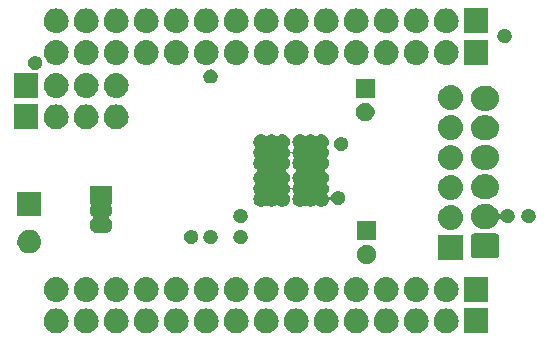
<source format=gbs>
%TF.GenerationSoftware,KiCad,Pcbnew,(5.0.2)-1*%
%TF.CreationDate,2019-07-05T20:57:08+02:00*%
%TF.ProjectId,PSAVanCanBridge_v11,56616e43-616e-4457-9370-33322e6b6963,rev?*%
%TF.SameCoordinates,Original*%
%TF.FileFunction,Soldermask,Bot*%
%TF.FilePolarity,Negative*%
%FSLAX46Y46*%
G04 Gerber Fmt 4.6, Leading zero omitted, Abs format (unit mm)*
G04 Created by KiCad (PCBNEW (5.0.2)-1) date 05/07/2019 20:57:08*
%MOMM*%
%LPD*%
G01*
G04 APERTURE LIST*
%ADD10C,0.100000*%
G04 APERTURE END LIST*
D10*
G36*
X89950000Y-61502000D02*
X87850000Y-61502000D01*
X87850000Y-59402000D01*
X89950000Y-59402000D01*
X89950000Y-61502000D01*
X89950000Y-61502000D01*
G37*
G36*
X86488707Y-59409597D02*
X86565836Y-59417193D01*
X86697787Y-59457220D01*
X86763763Y-59477233D01*
X86946172Y-59574733D01*
X87106054Y-59705946D01*
X87237267Y-59865828D01*
X87334767Y-60048237D01*
X87334767Y-60048238D01*
X87394807Y-60246164D01*
X87415080Y-60452000D01*
X87394807Y-60657836D01*
X87354780Y-60789787D01*
X87334767Y-60855763D01*
X87237267Y-61038172D01*
X87106054Y-61198054D01*
X86946172Y-61329267D01*
X86763763Y-61426767D01*
X86697787Y-61446780D01*
X86565836Y-61486807D01*
X86488707Y-61494403D01*
X86411580Y-61502000D01*
X86308420Y-61502000D01*
X86231293Y-61494403D01*
X86154164Y-61486807D01*
X86022213Y-61446780D01*
X85956237Y-61426767D01*
X85773828Y-61329267D01*
X85613946Y-61198054D01*
X85482733Y-61038172D01*
X85385233Y-60855763D01*
X85365220Y-60789787D01*
X85325193Y-60657836D01*
X85304920Y-60452000D01*
X85325193Y-60246164D01*
X85385233Y-60048238D01*
X85385233Y-60048237D01*
X85482733Y-59865828D01*
X85613946Y-59705946D01*
X85773828Y-59574733D01*
X85956237Y-59477233D01*
X86022213Y-59457220D01*
X86154164Y-59417193D01*
X86231293Y-59409597D01*
X86308420Y-59402000D01*
X86411580Y-59402000D01*
X86488707Y-59409597D01*
X86488707Y-59409597D01*
G37*
G36*
X53468707Y-59409597D02*
X53545836Y-59417193D01*
X53677787Y-59457220D01*
X53743763Y-59477233D01*
X53926172Y-59574733D01*
X54086054Y-59705946D01*
X54217267Y-59865828D01*
X54314767Y-60048237D01*
X54314767Y-60048238D01*
X54374807Y-60246164D01*
X54395080Y-60452000D01*
X54374807Y-60657836D01*
X54334780Y-60789787D01*
X54314767Y-60855763D01*
X54217267Y-61038172D01*
X54086054Y-61198054D01*
X53926172Y-61329267D01*
X53743763Y-61426767D01*
X53677787Y-61446780D01*
X53545836Y-61486807D01*
X53468707Y-61494403D01*
X53391580Y-61502000D01*
X53288420Y-61502000D01*
X53211293Y-61494403D01*
X53134164Y-61486807D01*
X53002213Y-61446780D01*
X52936237Y-61426767D01*
X52753828Y-61329267D01*
X52593946Y-61198054D01*
X52462733Y-61038172D01*
X52365233Y-60855763D01*
X52345220Y-60789787D01*
X52305193Y-60657836D01*
X52284920Y-60452000D01*
X52305193Y-60246164D01*
X52365233Y-60048238D01*
X52365233Y-60048237D01*
X52462733Y-59865828D01*
X52593946Y-59705946D01*
X52753828Y-59574733D01*
X52936237Y-59477233D01*
X53002213Y-59457220D01*
X53134164Y-59417193D01*
X53211293Y-59409597D01*
X53288420Y-59402000D01*
X53391580Y-59402000D01*
X53468707Y-59409597D01*
X53468707Y-59409597D01*
G37*
G36*
X56008707Y-59409597D02*
X56085836Y-59417193D01*
X56217787Y-59457220D01*
X56283763Y-59477233D01*
X56466172Y-59574733D01*
X56626054Y-59705946D01*
X56757267Y-59865828D01*
X56854767Y-60048237D01*
X56854767Y-60048238D01*
X56914807Y-60246164D01*
X56935080Y-60452000D01*
X56914807Y-60657836D01*
X56874780Y-60789787D01*
X56854767Y-60855763D01*
X56757267Y-61038172D01*
X56626054Y-61198054D01*
X56466172Y-61329267D01*
X56283763Y-61426767D01*
X56217787Y-61446780D01*
X56085836Y-61486807D01*
X56008707Y-61494403D01*
X55931580Y-61502000D01*
X55828420Y-61502000D01*
X55751293Y-61494403D01*
X55674164Y-61486807D01*
X55542213Y-61446780D01*
X55476237Y-61426767D01*
X55293828Y-61329267D01*
X55133946Y-61198054D01*
X55002733Y-61038172D01*
X54905233Y-60855763D01*
X54885220Y-60789787D01*
X54845193Y-60657836D01*
X54824920Y-60452000D01*
X54845193Y-60246164D01*
X54905233Y-60048238D01*
X54905233Y-60048237D01*
X55002733Y-59865828D01*
X55133946Y-59705946D01*
X55293828Y-59574733D01*
X55476237Y-59477233D01*
X55542213Y-59457220D01*
X55674164Y-59417193D01*
X55751293Y-59409597D01*
X55828420Y-59402000D01*
X55931580Y-59402000D01*
X56008707Y-59409597D01*
X56008707Y-59409597D01*
G37*
G36*
X58548707Y-59409597D02*
X58625836Y-59417193D01*
X58757787Y-59457220D01*
X58823763Y-59477233D01*
X59006172Y-59574733D01*
X59166054Y-59705946D01*
X59297267Y-59865828D01*
X59394767Y-60048237D01*
X59394767Y-60048238D01*
X59454807Y-60246164D01*
X59475080Y-60452000D01*
X59454807Y-60657836D01*
X59414780Y-60789787D01*
X59394767Y-60855763D01*
X59297267Y-61038172D01*
X59166054Y-61198054D01*
X59006172Y-61329267D01*
X58823763Y-61426767D01*
X58757787Y-61446780D01*
X58625836Y-61486807D01*
X58548707Y-61494403D01*
X58471580Y-61502000D01*
X58368420Y-61502000D01*
X58291293Y-61494403D01*
X58214164Y-61486807D01*
X58082213Y-61446780D01*
X58016237Y-61426767D01*
X57833828Y-61329267D01*
X57673946Y-61198054D01*
X57542733Y-61038172D01*
X57445233Y-60855763D01*
X57425220Y-60789787D01*
X57385193Y-60657836D01*
X57364920Y-60452000D01*
X57385193Y-60246164D01*
X57445233Y-60048238D01*
X57445233Y-60048237D01*
X57542733Y-59865828D01*
X57673946Y-59705946D01*
X57833828Y-59574733D01*
X58016237Y-59477233D01*
X58082213Y-59457220D01*
X58214164Y-59417193D01*
X58291293Y-59409597D01*
X58368420Y-59402000D01*
X58471580Y-59402000D01*
X58548707Y-59409597D01*
X58548707Y-59409597D01*
G37*
G36*
X61088707Y-59409597D02*
X61165836Y-59417193D01*
X61297787Y-59457220D01*
X61363763Y-59477233D01*
X61546172Y-59574733D01*
X61706054Y-59705946D01*
X61837267Y-59865828D01*
X61934767Y-60048237D01*
X61934767Y-60048238D01*
X61994807Y-60246164D01*
X62015080Y-60452000D01*
X61994807Y-60657836D01*
X61954780Y-60789787D01*
X61934767Y-60855763D01*
X61837267Y-61038172D01*
X61706054Y-61198054D01*
X61546172Y-61329267D01*
X61363763Y-61426767D01*
X61297787Y-61446780D01*
X61165836Y-61486807D01*
X61088707Y-61494403D01*
X61011580Y-61502000D01*
X60908420Y-61502000D01*
X60831293Y-61494403D01*
X60754164Y-61486807D01*
X60622213Y-61446780D01*
X60556237Y-61426767D01*
X60373828Y-61329267D01*
X60213946Y-61198054D01*
X60082733Y-61038172D01*
X59985233Y-60855763D01*
X59965220Y-60789787D01*
X59925193Y-60657836D01*
X59904920Y-60452000D01*
X59925193Y-60246164D01*
X59985233Y-60048238D01*
X59985233Y-60048237D01*
X60082733Y-59865828D01*
X60213946Y-59705946D01*
X60373828Y-59574733D01*
X60556237Y-59477233D01*
X60622213Y-59457220D01*
X60754164Y-59417193D01*
X60831293Y-59409597D01*
X60908420Y-59402000D01*
X61011580Y-59402000D01*
X61088707Y-59409597D01*
X61088707Y-59409597D01*
G37*
G36*
X63628707Y-59409597D02*
X63705836Y-59417193D01*
X63837787Y-59457220D01*
X63903763Y-59477233D01*
X64086172Y-59574733D01*
X64246054Y-59705946D01*
X64377267Y-59865828D01*
X64474767Y-60048237D01*
X64474767Y-60048238D01*
X64534807Y-60246164D01*
X64555080Y-60452000D01*
X64534807Y-60657836D01*
X64494780Y-60789787D01*
X64474767Y-60855763D01*
X64377267Y-61038172D01*
X64246054Y-61198054D01*
X64086172Y-61329267D01*
X63903763Y-61426767D01*
X63837787Y-61446780D01*
X63705836Y-61486807D01*
X63628707Y-61494403D01*
X63551580Y-61502000D01*
X63448420Y-61502000D01*
X63371293Y-61494403D01*
X63294164Y-61486807D01*
X63162213Y-61446780D01*
X63096237Y-61426767D01*
X62913828Y-61329267D01*
X62753946Y-61198054D01*
X62622733Y-61038172D01*
X62525233Y-60855763D01*
X62505220Y-60789787D01*
X62465193Y-60657836D01*
X62444920Y-60452000D01*
X62465193Y-60246164D01*
X62525233Y-60048238D01*
X62525233Y-60048237D01*
X62622733Y-59865828D01*
X62753946Y-59705946D01*
X62913828Y-59574733D01*
X63096237Y-59477233D01*
X63162213Y-59457220D01*
X63294164Y-59417193D01*
X63371293Y-59409597D01*
X63448420Y-59402000D01*
X63551580Y-59402000D01*
X63628707Y-59409597D01*
X63628707Y-59409597D01*
G37*
G36*
X66168707Y-59409597D02*
X66245836Y-59417193D01*
X66377787Y-59457220D01*
X66443763Y-59477233D01*
X66626172Y-59574733D01*
X66786054Y-59705946D01*
X66917267Y-59865828D01*
X67014767Y-60048237D01*
X67014767Y-60048238D01*
X67074807Y-60246164D01*
X67095080Y-60452000D01*
X67074807Y-60657836D01*
X67034780Y-60789787D01*
X67014767Y-60855763D01*
X66917267Y-61038172D01*
X66786054Y-61198054D01*
X66626172Y-61329267D01*
X66443763Y-61426767D01*
X66377787Y-61446780D01*
X66245836Y-61486807D01*
X66168707Y-61494403D01*
X66091580Y-61502000D01*
X65988420Y-61502000D01*
X65911293Y-61494403D01*
X65834164Y-61486807D01*
X65702213Y-61446780D01*
X65636237Y-61426767D01*
X65453828Y-61329267D01*
X65293946Y-61198054D01*
X65162733Y-61038172D01*
X65065233Y-60855763D01*
X65045220Y-60789787D01*
X65005193Y-60657836D01*
X64984920Y-60452000D01*
X65005193Y-60246164D01*
X65065233Y-60048238D01*
X65065233Y-60048237D01*
X65162733Y-59865828D01*
X65293946Y-59705946D01*
X65453828Y-59574733D01*
X65636237Y-59477233D01*
X65702213Y-59457220D01*
X65834164Y-59417193D01*
X65911293Y-59409597D01*
X65988420Y-59402000D01*
X66091580Y-59402000D01*
X66168707Y-59409597D01*
X66168707Y-59409597D01*
G37*
G36*
X71248707Y-59409597D02*
X71325836Y-59417193D01*
X71457787Y-59457220D01*
X71523763Y-59477233D01*
X71706172Y-59574733D01*
X71866054Y-59705946D01*
X71997267Y-59865828D01*
X72094767Y-60048237D01*
X72094767Y-60048238D01*
X72154807Y-60246164D01*
X72175080Y-60452000D01*
X72154807Y-60657836D01*
X72114780Y-60789787D01*
X72094767Y-60855763D01*
X71997267Y-61038172D01*
X71866054Y-61198054D01*
X71706172Y-61329267D01*
X71523763Y-61426767D01*
X71457787Y-61446780D01*
X71325836Y-61486807D01*
X71248707Y-61494403D01*
X71171580Y-61502000D01*
X71068420Y-61502000D01*
X70991293Y-61494403D01*
X70914164Y-61486807D01*
X70782213Y-61446780D01*
X70716237Y-61426767D01*
X70533828Y-61329267D01*
X70373946Y-61198054D01*
X70242733Y-61038172D01*
X70145233Y-60855763D01*
X70125220Y-60789787D01*
X70085193Y-60657836D01*
X70064920Y-60452000D01*
X70085193Y-60246164D01*
X70145233Y-60048238D01*
X70145233Y-60048237D01*
X70242733Y-59865828D01*
X70373946Y-59705946D01*
X70533828Y-59574733D01*
X70716237Y-59477233D01*
X70782213Y-59457220D01*
X70914164Y-59417193D01*
X70991293Y-59409597D01*
X71068420Y-59402000D01*
X71171580Y-59402000D01*
X71248707Y-59409597D01*
X71248707Y-59409597D01*
G37*
G36*
X68708707Y-59409597D02*
X68785836Y-59417193D01*
X68917787Y-59457220D01*
X68983763Y-59477233D01*
X69166172Y-59574733D01*
X69326054Y-59705946D01*
X69457267Y-59865828D01*
X69554767Y-60048237D01*
X69554767Y-60048238D01*
X69614807Y-60246164D01*
X69635080Y-60452000D01*
X69614807Y-60657836D01*
X69574780Y-60789787D01*
X69554767Y-60855763D01*
X69457267Y-61038172D01*
X69326054Y-61198054D01*
X69166172Y-61329267D01*
X68983763Y-61426767D01*
X68917787Y-61446780D01*
X68785836Y-61486807D01*
X68708707Y-61494403D01*
X68631580Y-61502000D01*
X68528420Y-61502000D01*
X68451293Y-61494403D01*
X68374164Y-61486807D01*
X68242213Y-61446780D01*
X68176237Y-61426767D01*
X67993828Y-61329267D01*
X67833946Y-61198054D01*
X67702733Y-61038172D01*
X67605233Y-60855763D01*
X67585220Y-60789787D01*
X67545193Y-60657836D01*
X67524920Y-60452000D01*
X67545193Y-60246164D01*
X67605233Y-60048238D01*
X67605233Y-60048237D01*
X67702733Y-59865828D01*
X67833946Y-59705946D01*
X67993828Y-59574733D01*
X68176237Y-59477233D01*
X68242213Y-59457220D01*
X68374164Y-59417193D01*
X68451293Y-59409597D01*
X68528420Y-59402000D01*
X68631580Y-59402000D01*
X68708707Y-59409597D01*
X68708707Y-59409597D01*
G37*
G36*
X83948707Y-59409597D02*
X84025836Y-59417193D01*
X84157787Y-59457220D01*
X84223763Y-59477233D01*
X84406172Y-59574733D01*
X84566054Y-59705946D01*
X84697267Y-59865828D01*
X84794767Y-60048237D01*
X84794767Y-60048238D01*
X84854807Y-60246164D01*
X84875080Y-60452000D01*
X84854807Y-60657836D01*
X84814780Y-60789787D01*
X84794767Y-60855763D01*
X84697267Y-61038172D01*
X84566054Y-61198054D01*
X84406172Y-61329267D01*
X84223763Y-61426767D01*
X84157787Y-61446780D01*
X84025836Y-61486807D01*
X83948707Y-61494403D01*
X83871580Y-61502000D01*
X83768420Y-61502000D01*
X83691293Y-61494403D01*
X83614164Y-61486807D01*
X83482213Y-61446780D01*
X83416237Y-61426767D01*
X83233828Y-61329267D01*
X83073946Y-61198054D01*
X82942733Y-61038172D01*
X82845233Y-60855763D01*
X82825220Y-60789787D01*
X82785193Y-60657836D01*
X82764920Y-60452000D01*
X82785193Y-60246164D01*
X82845233Y-60048238D01*
X82845233Y-60048237D01*
X82942733Y-59865828D01*
X83073946Y-59705946D01*
X83233828Y-59574733D01*
X83416237Y-59477233D01*
X83482213Y-59457220D01*
X83614164Y-59417193D01*
X83691293Y-59409597D01*
X83768420Y-59402000D01*
X83871580Y-59402000D01*
X83948707Y-59409597D01*
X83948707Y-59409597D01*
G37*
G36*
X81408707Y-59409597D02*
X81485836Y-59417193D01*
X81617787Y-59457220D01*
X81683763Y-59477233D01*
X81866172Y-59574733D01*
X82026054Y-59705946D01*
X82157267Y-59865828D01*
X82254767Y-60048237D01*
X82254767Y-60048238D01*
X82314807Y-60246164D01*
X82335080Y-60452000D01*
X82314807Y-60657836D01*
X82274780Y-60789787D01*
X82254767Y-60855763D01*
X82157267Y-61038172D01*
X82026054Y-61198054D01*
X81866172Y-61329267D01*
X81683763Y-61426767D01*
X81617787Y-61446780D01*
X81485836Y-61486807D01*
X81408707Y-61494403D01*
X81331580Y-61502000D01*
X81228420Y-61502000D01*
X81151293Y-61494403D01*
X81074164Y-61486807D01*
X80942213Y-61446780D01*
X80876237Y-61426767D01*
X80693828Y-61329267D01*
X80533946Y-61198054D01*
X80402733Y-61038172D01*
X80305233Y-60855763D01*
X80285220Y-60789787D01*
X80245193Y-60657836D01*
X80224920Y-60452000D01*
X80245193Y-60246164D01*
X80305233Y-60048238D01*
X80305233Y-60048237D01*
X80402733Y-59865828D01*
X80533946Y-59705946D01*
X80693828Y-59574733D01*
X80876237Y-59477233D01*
X80942213Y-59457220D01*
X81074164Y-59417193D01*
X81151293Y-59409597D01*
X81228420Y-59402000D01*
X81331580Y-59402000D01*
X81408707Y-59409597D01*
X81408707Y-59409597D01*
G37*
G36*
X76328707Y-59409597D02*
X76405836Y-59417193D01*
X76537787Y-59457220D01*
X76603763Y-59477233D01*
X76786172Y-59574733D01*
X76946054Y-59705946D01*
X77077267Y-59865828D01*
X77174767Y-60048237D01*
X77174767Y-60048238D01*
X77234807Y-60246164D01*
X77255080Y-60452000D01*
X77234807Y-60657836D01*
X77194780Y-60789787D01*
X77174767Y-60855763D01*
X77077267Y-61038172D01*
X76946054Y-61198054D01*
X76786172Y-61329267D01*
X76603763Y-61426767D01*
X76537787Y-61446780D01*
X76405836Y-61486807D01*
X76328707Y-61494403D01*
X76251580Y-61502000D01*
X76148420Y-61502000D01*
X76071293Y-61494403D01*
X75994164Y-61486807D01*
X75862213Y-61446780D01*
X75796237Y-61426767D01*
X75613828Y-61329267D01*
X75453946Y-61198054D01*
X75322733Y-61038172D01*
X75225233Y-60855763D01*
X75205220Y-60789787D01*
X75165193Y-60657836D01*
X75144920Y-60452000D01*
X75165193Y-60246164D01*
X75225233Y-60048238D01*
X75225233Y-60048237D01*
X75322733Y-59865828D01*
X75453946Y-59705946D01*
X75613828Y-59574733D01*
X75796237Y-59477233D01*
X75862213Y-59457220D01*
X75994164Y-59417193D01*
X76071293Y-59409597D01*
X76148420Y-59402000D01*
X76251580Y-59402000D01*
X76328707Y-59409597D01*
X76328707Y-59409597D01*
G37*
G36*
X73788707Y-59409597D02*
X73865836Y-59417193D01*
X73997787Y-59457220D01*
X74063763Y-59477233D01*
X74246172Y-59574733D01*
X74406054Y-59705946D01*
X74537267Y-59865828D01*
X74634767Y-60048237D01*
X74634767Y-60048238D01*
X74694807Y-60246164D01*
X74715080Y-60452000D01*
X74694807Y-60657836D01*
X74654780Y-60789787D01*
X74634767Y-60855763D01*
X74537267Y-61038172D01*
X74406054Y-61198054D01*
X74246172Y-61329267D01*
X74063763Y-61426767D01*
X73997787Y-61446780D01*
X73865836Y-61486807D01*
X73788707Y-61494403D01*
X73711580Y-61502000D01*
X73608420Y-61502000D01*
X73531293Y-61494403D01*
X73454164Y-61486807D01*
X73322213Y-61446780D01*
X73256237Y-61426767D01*
X73073828Y-61329267D01*
X72913946Y-61198054D01*
X72782733Y-61038172D01*
X72685233Y-60855763D01*
X72665220Y-60789787D01*
X72625193Y-60657836D01*
X72604920Y-60452000D01*
X72625193Y-60246164D01*
X72685233Y-60048238D01*
X72685233Y-60048237D01*
X72782733Y-59865828D01*
X72913946Y-59705946D01*
X73073828Y-59574733D01*
X73256237Y-59477233D01*
X73322213Y-59457220D01*
X73454164Y-59417193D01*
X73531293Y-59409597D01*
X73608420Y-59402000D01*
X73711580Y-59402000D01*
X73788707Y-59409597D01*
X73788707Y-59409597D01*
G37*
G36*
X78868707Y-59409597D02*
X78945836Y-59417193D01*
X79077787Y-59457220D01*
X79143763Y-59477233D01*
X79326172Y-59574733D01*
X79486054Y-59705946D01*
X79617267Y-59865828D01*
X79714767Y-60048237D01*
X79714767Y-60048238D01*
X79774807Y-60246164D01*
X79795080Y-60452000D01*
X79774807Y-60657836D01*
X79734780Y-60789787D01*
X79714767Y-60855763D01*
X79617267Y-61038172D01*
X79486054Y-61198054D01*
X79326172Y-61329267D01*
X79143763Y-61426767D01*
X79077787Y-61446780D01*
X78945836Y-61486807D01*
X78868707Y-61494403D01*
X78791580Y-61502000D01*
X78688420Y-61502000D01*
X78611293Y-61494403D01*
X78534164Y-61486807D01*
X78402213Y-61446780D01*
X78336237Y-61426767D01*
X78153828Y-61329267D01*
X77993946Y-61198054D01*
X77862733Y-61038172D01*
X77765233Y-60855763D01*
X77745220Y-60789787D01*
X77705193Y-60657836D01*
X77684920Y-60452000D01*
X77705193Y-60246164D01*
X77765233Y-60048238D01*
X77765233Y-60048237D01*
X77862733Y-59865828D01*
X77993946Y-59705946D01*
X78153828Y-59574733D01*
X78336237Y-59477233D01*
X78402213Y-59457220D01*
X78534164Y-59417193D01*
X78611293Y-59409597D01*
X78688420Y-59402000D01*
X78791580Y-59402000D01*
X78868707Y-59409597D01*
X78868707Y-59409597D01*
G37*
G36*
X89950000Y-58835000D02*
X87850000Y-58835000D01*
X87850000Y-56735000D01*
X89950000Y-56735000D01*
X89950000Y-58835000D01*
X89950000Y-58835000D01*
G37*
G36*
X71248707Y-56742597D02*
X71325836Y-56750193D01*
X71457787Y-56790220D01*
X71523763Y-56810233D01*
X71706172Y-56907733D01*
X71866054Y-57038946D01*
X71997267Y-57198828D01*
X72094767Y-57381237D01*
X72094767Y-57381238D01*
X72154807Y-57579164D01*
X72175080Y-57785000D01*
X72154807Y-57990836D01*
X72114780Y-58122787D01*
X72094767Y-58188763D01*
X71997267Y-58371172D01*
X71866054Y-58531054D01*
X71706172Y-58662267D01*
X71523763Y-58759767D01*
X71457787Y-58779780D01*
X71325836Y-58819807D01*
X71248707Y-58827403D01*
X71171580Y-58835000D01*
X71068420Y-58835000D01*
X70991293Y-58827403D01*
X70914164Y-58819807D01*
X70782213Y-58779780D01*
X70716237Y-58759767D01*
X70533828Y-58662267D01*
X70373946Y-58531054D01*
X70242733Y-58371172D01*
X70145233Y-58188763D01*
X70125220Y-58122787D01*
X70085193Y-57990836D01*
X70064920Y-57785000D01*
X70085193Y-57579164D01*
X70145233Y-57381238D01*
X70145233Y-57381237D01*
X70242733Y-57198828D01*
X70373946Y-57038946D01*
X70533828Y-56907733D01*
X70716237Y-56810233D01*
X70782213Y-56790220D01*
X70914164Y-56750193D01*
X70991293Y-56742597D01*
X71068420Y-56735000D01*
X71171580Y-56735000D01*
X71248707Y-56742597D01*
X71248707Y-56742597D01*
G37*
G36*
X76328707Y-56742597D02*
X76405836Y-56750193D01*
X76537787Y-56790220D01*
X76603763Y-56810233D01*
X76786172Y-56907733D01*
X76946054Y-57038946D01*
X77077267Y-57198828D01*
X77174767Y-57381237D01*
X77174767Y-57381238D01*
X77234807Y-57579164D01*
X77255080Y-57785000D01*
X77234807Y-57990836D01*
X77194780Y-58122787D01*
X77174767Y-58188763D01*
X77077267Y-58371172D01*
X76946054Y-58531054D01*
X76786172Y-58662267D01*
X76603763Y-58759767D01*
X76537787Y-58779780D01*
X76405836Y-58819807D01*
X76328707Y-58827403D01*
X76251580Y-58835000D01*
X76148420Y-58835000D01*
X76071293Y-58827403D01*
X75994164Y-58819807D01*
X75862213Y-58779780D01*
X75796237Y-58759767D01*
X75613828Y-58662267D01*
X75453946Y-58531054D01*
X75322733Y-58371172D01*
X75225233Y-58188763D01*
X75205220Y-58122787D01*
X75165193Y-57990836D01*
X75144920Y-57785000D01*
X75165193Y-57579164D01*
X75225233Y-57381238D01*
X75225233Y-57381237D01*
X75322733Y-57198828D01*
X75453946Y-57038946D01*
X75613828Y-56907733D01*
X75796237Y-56810233D01*
X75862213Y-56790220D01*
X75994164Y-56750193D01*
X76071293Y-56742597D01*
X76148420Y-56735000D01*
X76251580Y-56735000D01*
X76328707Y-56742597D01*
X76328707Y-56742597D01*
G37*
G36*
X78868707Y-56742597D02*
X78945836Y-56750193D01*
X79077787Y-56790220D01*
X79143763Y-56810233D01*
X79326172Y-56907733D01*
X79486054Y-57038946D01*
X79617267Y-57198828D01*
X79714767Y-57381237D01*
X79714767Y-57381238D01*
X79774807Y-57579164D01*
X79795080Y-57785000D01*
X79774807Y-57990836D01*
X79734780Y-58122787D01*
X79714767Y-58188763D01*
X79617267Y-58371172D01*
X79486054Y-58531054D01*
X79326172Y-58662267D01*
X79143763Y-58759767D01*
X79077787Y-58779780D01*
X78945836Y-58819807D01*
X78868707Y-58827403D01*
X78791580Y-58835000D01*
X78688420Y-58835000D01*
X78611293Y-58827403D01*
X78534164Y-58819807D01*
X78402213Y-58779780D01*
X78336237Y-58759767D01*
X78153828Y-58662267D01*
X77993946Y-58531054D01*
X77862733Y-58371172D01*
X77765233Y-58188763D01*
X77745220Y-58122787D01*
X77705193Y-57990836D01*
X77684920Y-57785000D01*
X77705193Y-57579164D01*
X77765233Y-57381238D01*
X77765233Y-57381237D01*
X77862733Y-57198828D01*
X77993946Y-57038946D01*
X78153828Y-56907733D01*
X78336237Y-56810233D01*
X78402213Y-56790220D01*
X78534164Y-56750193D01*
X78611293Y-56742597D01*
X78688420Y-56735000D01*
X78791580Y-56735000D01*
X78868707Y-56742597D01*
X78868707Y-56742597D01*
G37*
G36*
X81408707Y-56742597D02*
X81485836Y-56750193D01*
X81617787Y-56790220D01*
X81683763Y-56810233D01*
X81866172Y-56907733D01*
X82026054Y-57038946D01*
X82157267Y-57198828D01*
X82254767Y-57381237D01*
X82254767Y-57381238D01*
X82314807Y-57579164D01*
X82335080Y-57785000D01*
X82314807Y-57990836D01*
X82274780Y-58122787D01*
X82254767Y-58188763D01*
X82157267Y-58371172D01*
X82026054Y-58531054D01*
X81866172Y-58662267D01*
X81683763Y-58759767D01*
X81617787Y-58779780D01*
X81485836Y-58819807D01*
X81408707Y-58827403D01*
X81331580Y-58835000D01*
X81228420Y-58835000D01*
X81151293Y-58827403D01*
X81074164Y-58819807D01*
X80942213Y-58779780D01*
X80876237Y-58759767D01*
X80693828Y-58662267D01*
X80533946Y-58531054D01*
X80402733Y-58371172D01*
X80305233Y-58188763D01*
X80285220Y-58122787D01*
X80245193Y-57990836D01*
X80224920Y-57785000D01*
X80245193Y-57579164D01*
X80305233Y-57381238D01*
X80305233Y-57381237D01*
X80402733Y-57198828D01*
X80533946Y-57038946D01*
X80693828Y-56907733D01*
X80876237Y-56810233D01*
X80942213Y-56790220D01*
X81074164Y-56750193D01*
X81151293Y-56742597D01*
X81228420Y-56735000D01*
X81331580Y-56735000D01*
X81408707Y-56742597D01*
X81408707Y-56742597D01*
G37*
G36*
X83948707Y-56742597D02*
X84025836Y-56750193D01*
X84157787Y-56790220D01*
X84223763Y-56810233D01*
X84406172Y-56907733D01*
X84566054Y-57038946D01*
X84697267Y-57198828D01*
X84794767Y-57381237D01*
X84794767Y-57381238D01*
X84854807Y-57579164D01*
X84875080Y-57785000D01*
X84854807Y-57990836D01*
X84814780Y-58122787D01*
X84794767Y-58188763D01*
X84697267Y-58371172D01*
X84566054Y-58531054D01*
X84406172Y-58662267D01*
X84223763Y-58759767D01*
X84157787Y-58779780D01*
X84025836Y-58819807D01*
X83948707Y-58827403D01*
X83871580Y-58835000D01*
X83768420Y-58835000D01*
X83691293Y-58827403D01*
X83614164Y-58819807D01*
X83482213Y-58779780D01*
X83416237Y-58759767D01*
X83233828Y-58662267D01*
X83073946Y-58531054D01*
X82942733Y-58371172D01*
X82845233Y-58188763D01*
X82825220Y-58122787D01*
X82785193Y-57990836D01*
X82764920Y-57785000D01*
X82785193Y-57579164D01*
X82845233Y-57381238D01*
X82845233Y-57381237D01*
X82942733Y-57198828D01*
X83073946Y-57038946D01*
X83233828Y-56907733D01*
X83416237Y-56810233D01*
X83482213Y-56790220D01*
X83614164Y-56750193D01*
X83691293Y-56742597D01*
X83768420Y-56735000D01*
X83871580Y-56735000D01*
X83948707Y-56742597D01*
X83948707Y-56742597D01*
G37*
G36*
X86488707Y-56742597D02*
X86565836Y-56750193D01*
X86697787Y-56790220D01*
X86763763Y-56810233D01*
X86946172Y-56907733D01*
X87106054Y-57038946D01*
X87237267Y-57198828D01*
X87334767Y-57381237D01*
X87334767Y-57381238D01*
X87394807Y-57579164D01*
X87415080Y-57785000D01*
X87394807Y-57990836D01*
X87354780Y-58122787D01*
X87334767Y-58188763D01*
X87237267Y-58371172D01*
X87106054Y-58531054D01*
X86946172Y-58662267D01*
X86763763Y-58759767D01*
X86697787Y-58779780D01*
X86565836Y-58819807D01*
X86488707Y-58827403D01*
X86411580Y-58835000D01*
X86308420Y-58835000D01*
X86231293Y-58827403D01*
X86154164Y-58819807D01*
X86022213Y-58779780D01*
X85956237Y-58759767D01*
X85773828Y-58662267D01*
X85613946Y-58531054D01*
X85482733Y-58371172D01*
X85385233Y-58188763D01*
X85365220Y-58122787D01*
X85325193Y-57990836D01*
X85304920Y-57785000D01*
X85325193Y-57579164D01*
X85385233Y-57381238D01*
X85385233Y-57381237D01*
X85482733Y-57198828D01*
X85613946Y-57038946D01*
X85773828Y-56907733D01*
X85956237Y-56810233D01*
X86022213Y-56790220D01*
X86154164Y-56750193D01*
X86231293Y-56742597D01*
X86308420Y-56735000D01*
X86411580Y-56735000D01*
X86488707Y-56742597D01*
X86488707Y-56742597D01*
G37*
G36*
X73788707Y-56742597D02*
X73865836Y-56750193D01*
X73997787Y-56790220D01*
X74063763Y-56810233D01*
X74246172Y-56907733D01*
X74406054Y-57038946D01*
X74537267Y-57198828D01*
X74634767Y-57381237D01*
X74634767Y-57381238D01*
X74694807Y-57579164D01*
X74715080Y-57785000D01*
X74694807Y-57990836D01*
X74654780Y-58122787D01*
X74634767Y-58188763D01*
X74537267Y-58371172D01*
X74406054Y-58531054D01*
X74246172Y-58662267D01*
X74063763Y-58759767D01*
X73997787Y-58779780D01*
X73865836Y-58819807D01*
X73788707Y-58827403D01*
X73711580Y-58835000D01*
X73608420Y-58835000D01*
X73531293Y-58827403D01*
X73454164Y-58819807D01*
X73322213Y-58779780D01*
X73256237Y-58759767D01*
X73073828Y-58662267D01*
X72913946Y-58531054D01*
X72782733Y-58371172D01*
X72685233Y-58188763D01*
X72665220Y-58122787D01*
X72625193Y-57990836D01*
X72604920Y-57785000D01*
X72625193Y-57579164D01*
X72685233Y-57381238D01*
X72685233Y-57381237D01*
X72782733Y-57198828D01*
X72913946Y-57038946D01*
X73073828Y-56907733D01*
X73256237Y-56810233D01*
X73322213Y-56790220D01*
X73454164Y-56750193D01*
X73531293Y-56742597D01*
X73608420Y-56735000D01*
X73711580Y-56735000D01*
X73788707Y-56742597D01*
X73788707Y-56742597D01*
G37*
G36*
X68708707Y-56742597D02*
X68785836Y-56750193D01*
X68917787Y-56790220D01*
X68983763Y-56810233D01*
X69166172Y-56907733D01*
X69326054Y-57038946D01*
X69457267Y-57198828D01*
X69554767Y-57381237D01*
X69554767Y-57381238D01*
X69614807Y-57579164D01*
X69635080Y-57785000D01*
X69614807Y-57990836D01*
X69574780Y-58122787D01*
X69554767Y-58188763D01*
X69457267Y-58371172D01*
X69326054Y-58531054D01*
X69166172Y-58662267D01*
X68983763Y-58759767D01*
X68917787Y-58779780D01*
X68785836Y-58819807D01*
X68708707Y-58827403D01*
X68631580Y-58835000D01*
X68528420Y-58835000D01*
X68451293Y-58827403D01*
X68374164Y-58819807D01*
X68242213Y-58779780D01*
X68176237Y-58759767D01*
X67993828Y-58662267D01*
X67833946Y-58531054D01*
X67702733Y-58371172D01*
X67605233Y-58188763D01*
X67585220Y-58122787D01*
X67545193Y-57990836D01*
X67524920Y-57785000D01*
X67545193Y-57579164D01*
X67605233Y-57381238D01*
X67605233Y-57381237D01*
X67702733Y-57198828D01*
X67833946Y-57038946D01*
X67993828Y-56907733D01*
X68176237Y-56810233D01*
X68242213Y-56790220D01*
X68374164Y-56750193D01*
X68451293Y-56742597D01*
X68528420Y-56735000D01*
X68631580Y-56735000D01*
X68708707Y-56742597D01*
X68708707Y-56742597D01*
G37*
G36*
X66168707Y-56742597D02*
X66245836Y-56750193D01*
X66377787Y-56790220D01*
X66443763Y-56810233D01*
X66626172Y-56907733D01*
X66786054Y-57038946D01*
X66917267Y-57198828D01*
X67014767Y-57381237D01*
X67014767Y-57381238D01*
X67074807Y-57579164D01*
X67095080Y-57785000D01*
X67074807Y-57990836D01*
X67034780Y-58122787D01*
X67014767Y-58188763D01*
X66917267Y-58371172D01*
X66786054Y-58531054D01*
X66626172Y-58662267D01*
X66443763Y-58759767D01*
X66377787Y-58779780D01*
X66245836Y-58819807D01*
X66168707Y-58827403D01*
X66091580Y-58835000D01*
X65988420Y-58835000D01*
X65911293Y-58827403D01*
X65834164Y-58819807D01*
X65702213Y-58779780D01*
X65636237Y-58759767D01*
X65453828Y-58662267D01*
X65293946Y-58531054D01*
X65162733Y-58371172D01*
X65065233Y-58188763D01*
X65045220Y-58122787D01*
X65005193Y-57990836D01*
X64984920Y-57785000D01*
X65005193Y-57579164D01*
X65065233Y-57381238D01*
X65065233Y-57381237D01*
X65162733Y-57198828D01*
X65293946Y-57038946D01*
X65453828Y-56907733D01*
X65636237Y-56810233D01*
X65702213Y-56790220D01*
X65834164Y-56750193D01*
X65911293Y-56742597D01*
X65988420Y-56735000D01*
X66091580Y-56735000D01*
X66168707Y-56742597D01*
X66168707Y-56742597D01*
G37*
G36*
X63628707Y-56742597D02*
X63705836Y-56750193D01*
X63837787Y-56790220D01*
X63903763Y-56810233D01*
X64086172Y-56907733D01*
X64246054Y-57038946D01*
X64377267Y-57198828D01*
X64474767Y-57381237D01*
X64474767Y-57381238D01*
X64534807Y-57579164D01*
X64555080Y-57785000D01*
X64534807Y-57990836D01*
X64494780Y-58122787D01*
X64474767Y-58188763D01*
X64377267Y-58371172D01*
X64246054Y-58531054D01*
X64086172Y-58662267D01*
X63903763Y-58759767D01*
X63837787Y-58779780D01*
X63705836Y-58819807D01*
X63628707Y-58827403D01*
X63551580Y-58835000D01*
X63448420Y-58835000D01*
X63371293Y-58827403D01*
X63294164Y-58819807D01*
X63162213Y-58779780D01*
X63096237Y-58759767D01*
X62913828Y-58662267D01*
X62753946Y-58531054D01*
X62622733Y-58371172D01*
X62525233Y-58188763D01*
X62505220Y-58122787D01*
X62465193Y-57990836D01*
X62444920Y-57785000D01*
X62465193Y-57579164D01*
X62525233Y-57381238D01*
X62525233Y-57381237D01*
X62622733Y-57198828D01*
X62753946Y-57038946D01*
X62913828Y-56907733D01*
X63096237Y-56810233D01*
X63162213Y-56790220D01*
X63294164Y-56750193D01*
X63371293Y-56742597D01*
X63448420Y-56735000D01*
X63551580Y-56735000D01*
X63628707Y-56742597D01*
X63628707Y-56742597D01*
G37*
G36*
X61088707Y-56742597D02*
X61165836Y-56750193D01*
X61297787Y-56790220D01*
X61363763Y-56810233D01*
X61546172Y-56907733D01*
X61706054Y-57038946D01*
X61837267Y-57198828D01*
X61934767Y-57381237D01*
X61934767Y-57381238D01*
X61994807Y-57579164D01*
X62015080Y-57785000D01*
X61994807Y-57990836D01*
X61954780Y-58122787D01*
X61934767Y-58188763D01*
X61837267Y-58371172D01*
X61706054Y-58531054D01*
X61546172Y-58662267D01*
X61363763Y-58759767D01*
X61297787Y-58779780D01*
X61165836Y-58819807D01*
X61088707Y-58827403D01*
X61011580Y-58835000D01*
X60908420Y-58835000D01*
X60831293Y-58827403D01*
X60754164Y-58819807D01*
X60622213Y-58779780D01*
X60556237Y-58759767D01*
X60373828Y-58662267D01*
X60213946Y-58531054D01*
X60082733Y-58371172D01*
X59985233Y-58188763D01*
X59965220Y-58122787D01*
X59925193Y-57990836D01*
X59904920Y-57785000D01*
X59925193Y-57579164D01*
X59985233Y-57381238D01*
X59985233Y-57381237D01*
X60082733Y-57198828D01*
X60213946Y-57038946D01*
X60373828Y-56907733D01*
X60556237Y-56810233D01*
X60622213Y-56790220D01*
X60754164Y-56750193D01*
X60831293Y-56742597D01*
X60908420Y-56735000D01*
X61011580Y-56735000D01*
X61088707Y-56742597D01*
X61088707Y-56742597D01*
G37*
G36*
X58548707Y-56742597D02*
X58625836Y-56750193D01*
X58757787Y-56790220D01*
X58823763Y-56810233D01*
X59006172Y-56907733D01*
X59166054Y-57038946D01*
X59297267Y-57198828D01*
X59394767Y-57381237D01*
X59394767Y-57381238D01*
X59454807Y-57579164D01*
X59475080Y-57785000D01*
X59454807Y-57990836D01*
X59414780Y-58122787D01*
X59394767Y-58188763D01*
X59297267Y-58371172D01*
X59166054Y-58531054D01*
X59006172Y-58662267D01*
X58823763Y-58759767D01*
X58757787Y-58779780D01*
X58625836Y-58819807D01*
X58548707Y-58827403D01*
X58471580Y-58835000D01*
X58368420Y-58835000D01*
X58291293Y-58827403D01*
X58214164Y-58819807D01*
X58082213Y-58779780D01*
X58016237Y-58759767D01*
X57833828Y-58662267D01*
X57673946Y-58531054D01*
X57542733Y-58371172D01*
X57445233Y-58188763D01*
X57425220Y-58122787D01*
X57385193Y-57990836D01*
X57364920Y-57785000D01*
X57385193Y-57579164D01*
X57445233Y-57381238D01*
X57445233Y-57381237D01*
X57542733Y-57198828D01*
X57673946Y-57038946D01*
X57833828Y-56907733D01*
X58016237Y-56810233D01*
X58082213Y-56790220D01*
X58214164Y-56750193D01*
X58291293Y-56742597D01*
X58368420Y-56735000D01*
X58471580Y-56735000D01*
X58548707Y-56742597D01*
X58548707Y-56742597D01*
G37*
G36*
X56008707Y-56742597D02*
X56085836Y-56750193D01*
X56217787Y-56790220D01*
X56283763Y-56810233D01*
X56466172Y-56907733D01*
X56626054Y-57038946D01*
X56757267Y-57198828D01*
X56854767Y-57381237D01*
X56854767Y-57381238D01*
X56914807Y-57579164D01*
X56935080Y-57785000D01*
X56914807Y-57990836D01*
X56874780Y-58122787D01*
X56854767Y-58188763D01*
X56757267Y-58371172D01*
X56626054Y-58531054D01*
X56466172Y-58662267D01*
X56283763Y-58759767D01*
X56217787Y-58779780D01*
X56085836Y-58819807D01*
X56008707Y-58827403D01*
X55931580Y-58835000D01*
X55828420Y-58835000D01*
X55751293Y-58827403D01*
X55674164Y-58819807D01*
X55542213Y-58779780D01*
X55476237Y-58759767D01*
X55293828Y-58662267D01*
X55133946Y-58531054D01*
X55002733Y-58371172D01*
X54905233Y-58188763D01*
X54885220Y-58122787D01*
X54845193Y-57990836D01*
X54824920Y-57785000D01*
X54845193Y-57579164D01*
X54905233Y-57381238D01*
X54905233Y-57381237D01*
X55002733Y-57198828D01*
X55133946Y-57038946D01*
X55293828Y-56907733D01*
X55476237Y-56810233D01*
X55542213Y-56790220D01*
X55674164Y-56750193D01*
X55751293Y-56742597D01*
X55828420Y-56735000D01*
X55931580Y-56735000D01*
X56008707Y-56742597D01*
X56008707Y-56742597D01*
G37*
G36*
X53468707Y-56742597D02*
X53545836Y-56750193D01*
X53677787Y-56790220D01*
X53743763Y-56810233D01*
X53926172Y-56907733D01*
X54086054Y-57038946D01*
X54217267Y-57198828D01*
X54314767Y-57381237D01*
X54314767Y-57381238D01*
X54374807Y-57579164D01*
X54395080Y-57785000D01*
X54374807Y-57990836D01*
X54334780Y-58122787D01*
X54314767Y-58188763D01*
X54217267Y-58371172D01*
X54086054Y-58531054D01*
X53926172Y-58662267D01*
X53743763Y-58759767D01*
X53677787Y-58779780D01*
X53545836Y-58819807D01*
X53468707Y-58827403D01*
X53391580Y-58835000D01*
X53288420Y-58835000D01*
X53211293Y-58827403D01*
X53134164Y-58819807D01*
X53002213Y-58779780D01*
X52936237Y-58759767D01*
X52753828Y-58662267D01*
X52593946Y-58531054D01*
X52462733Y-58371172D01*
X52365233Y-58188763D01*
X52345220Y-58122787D01*
X52305193Y-57990836D01*
X52284920Y-57785000D01*
X52305193Y-57579164D01*
X52365233Y-57381238D01*
X52365233Y-57381237D01*
X52462733Y-57198828D01*
X52593946Y-57038946D01*
X52753828Y-56907733D01*
X52936237Y-56810233D01*
X53002213Y-56790220D01*
X53134164Y-56750193D01*
X53211293Y-56742597D01*
X53288420Y-56735000D01*
X53391580Y-56735000D01*
X53468707Y-56742597D01*
X53468707Y-56742597D01*
G37*
G36*
X79862352Y-54062743D02*
X80007941Y-54123048D01*
X80138973Y-54210601D01*
X80250399Y-54322027D01*
X80337952Y-54453059D01*
X80398257Y-54598648D01*
X80429000Y-54753205D01*
X80429000Y-54910795D01*
X80398257Y-55065352D01*
X80337952Y-55210941D01*
X80250399Y-55341973D01*
X80138973Y-55453399D01*
X80007941Y-55540952D01*
X79862352Y-55601257D01*
X79707795Y-55632000D01*
X79550205Y-55632000D01*
X79395648Y-55601257D01*
X79250059Y-55540952D01*
X79119027Y-55453399D01*
X79007601Y-55341973D01*
X78920048Y-55210941D01*
X78859743Y-55065352D01*
X78829000Y-54910795D01*
X78829000Y-54753205D01*
X78859743Y-54598648D01*
X78920048Y-54453059D01*
X79007601Y-54322027D01*
X79119027Y-54210601D01*
X79250059Y-54123048D01*
X79395648Y-54062743D01*
X79550205Y-54032000D01*
X79707795Y-54032000D01*
X79862352Y-54062743D01*
X79862352Y-54062743D01*
G37*
G36*
X87791000Y-55279000D02*
X85691000Y-55279000D01*
X85691000Y-53179000D01*
X87791000Y-53179000D01*
X87791000Y-55279000D01*
X87791000Y-55279000D01*
G37*
G36*
X90659325Y-53056831D02*
X90700598Y-53069351D01*
X90738629Y-53089679D01*
X90771964Y-53117036D01*
X90799321Y-53150371D01*
X90819649Y-53188402D01*
X90832169Y-53229675D01*
X90837000Y-53278726D01*
X90837000Y-54925274D01*
X90832169Y-54974325D01*
X90819649Y-55015598D01*
X90799321Y-55053629D01*
X90771964Y-55086964D01*
X90738629Y-55114321D01*
X90700598Y-55134649D01*
X90659325Y-55147169D01*
X90610274Y-55152000D01*
X88713726Y-55152000D01*
X88664675Y-55147169D01*
X88623402Y-55134649D01*
X88585371Y-55114321D01*
X88552036Y-55086964D01*
X88524679Y-55053629D01*
X88504351Y-55015598D01*
X88491831Y-54974325D01*
X88487000Y-54925274D01*
X88487000Y-53278726D01*
X88491831Y-53229675D01*
X88504351Y-53188402D01*
X88524679Y-53150371D01*
X88552036Y-53117036D01*
X88585371Y-53089679D01*
X88623402Y-53069351D01*
X88664675Y-53056831D01*
X88713726Y-53052000D01*
X90610274Y-53052000D01*
X90659325Y-53056831D01*
X90659325Y-53056831D01*
G37*
G36*
X51229770Y-52761372D02*
X51345689Y-52784429D01*
X51527678Y-52859811D01*
X51691463Y-52969249D01*
X51830751Y-53108537D01*
X51940189Y-53272322D01*
X52015571Y-53454311D01*
X52027645Y-53515012D01*
X52054000Y-53647507D01*
X52054000Y-53844493D01*
X52039589Y-53916942D01*
X52015571Y-54037689D01*
X51940189Y-54219678D01*
X51830751Y-54383463D01*
X51691463Y-54522751D01*
X51527678Y-54632189D01*
X51345689Y-54707571D01*
X51229770Y-54730628D01*
X51152493Y-54746000D01*
X50955507Y-54746000D01*
X50878230Y-54730628D01*
X50762311Y-54707571D01*
X50580322Y-54632189D01*
X50416537Y-54522751D01*
X50277249Y-54383463D01*
X50167811Y-54219678D01*
X50092429Y-54037689D01*
X50068411Y-53916942D01*
X50054000Y-53844493D01*
X50054000Y-53647507D01*
X50080355Y-53515012D01*
X50092429Y-53454311D01*
X50167811Y-53272322D01*
X50277249Y-53108537D01*
X50416537Y-52969249D01*
X50580322Y-52859811D01*
X50762311Y-52784429D01*
X50878230Y-52761372D01*
X50955507Y-52746000D01*
X51152493Y-52746000D01*
X51229770Y-52761372D01*
X51229770Y-52761372D01*
G37*
G36*
X66596012Y-52763057D02*
X66705207Y-52808287D01*
X66803481Y-52873952D01*
X66887048Y-52957519D01*
X66952713Y-53055793D01*
X66997943Y-53164988D01*
X67021000Y-53280904D01*
X67021000Y-53399096D01*
X66997943Y-53515012D01*
X66952713Y-53624207D01*
X66887048Y-53722481D01*
X66803481Y-53806048D01*
X66705207Y-53871713D01*
X66596012Y-53916943D01*
X66480096Y-53940000D01*
X66361904Y-53940000D01*
X66245988Y-53916943D01*
X66136793Y-53871713D01*
X66038519Y-53806048D01*
X65954952Y-53722481D01*
X65889287Y-53624207D01*
X65844057Y-53515012D01*
X65821000Y-53399096D01*
X65821000Y-53280904D01*
X65844057Y-53164988D01*
X65889287Y-53055793D01*
X65954952Y-52957519D01*
X66038519Y-52873952D01*
X66136793Y-52808287D01*
X66245988Y-52763057D01*
X66361904Y-52740000D01*
X66480096Y-52740000D01*
X66596012Y-52763057D01*
X66596012Y-52763057D01*
G37*
G36*
X64945012Y-52763057D02*
X65054207Y-52808287D01*
X65152481Y-52873952D01*
X65236048Y-52957519D01*
X65301713Y-53055793D01*
X65346943Y-53164988D01*
X65370000Y-53280904D01*
X65370000Y-53399096D01*
X65346943Y-53515012D01*
X65301713Y-53624207D01*
X65236048Y-53722481D01*
X65152481Y-53806048D01*
X65054207Y-53871713D01*
X64945012Y-53916943D01*
X64829096Y-53940000D01*
X64710904Y-53940000D01*
X64594988Y-53916943D01*
X64485793Y-53871713D01*
X64387519Y-53806048D01*
X64303952Y-53722481D01*
X64238287Y-53624207D01*
X64193057Y-53515012D01*
X64170000Y-53399096D01*
X64170000Y-53280904D01*
X64193057Y-53164988D01*
X64238287Y-53055793D01*
X64303952Y-52957519D01*
X64387519Y-52873952D01*
X64485793Y-52808287D01*
X64594988Y-52763057D01*
X64710904Y-52740000D01*
X64829096Y-52740000D01*
X64945012Y-52763057D01*
X64945012Y-52763057D01*
G37*
G36*
X69136012Y-52763057D02*
X69245207Y-52808287D01*
X69343481Y-52873952D01*
X69427048Y-52957519D01*
X69492713Y-53055793D01*
X69537943Y-53164988D01*
X69561000Y-53280904D01*
X69561000Y-53399096D01*
X69537943Y-53515012D01*
X69492713Y-53624207D01*
X69427048Y-53722481D01*
X69343481Y-53806048D01*
X69245207Y-53871713D01*
X69136012Y-53916943D01*
X69020096Y-53940000D01*
X68901904Y-53940000D01*
X68785988Y-53916943D01*
X68676793Y-53871713D01*
X68578519Y-53806048D01*
X68494952Y-53722481D01*
X68429287Y-53624207D01*
X68384057Y-53515012D01*
X68361000Y-53399096D01*
X68361000Y-53280904D01*
X68384057Y-53164988D01*
X68429287Y-53055793D01*
X68494952Y-52957519D01*
X68578519Y-52873952D01*
X68676793Y-52808287D01*
X68785988Y-52763057D01*
X68901904Y-52740000D01*
X69020096Y-52740000D01*
X69136012Y-52763057D01*
X69136012Y-52763057D01*
G37*
G36*
X80429000Y-53632000D02*
X78829000Y-53632000D01*
X78829000Y-52032000D01*
X80429000Y-52032000D01*
X80429000Y-53632000D01*
X80429000Y-53632000D01*
G37*
G36*
X58100000Y-50510409D02*
X58089923Y-50511402D01*
X58066474Y-50518515D01*
X58044863Y-50530066D01*
X58025921Y-50545612D01*
X58010375Y-50564554D01*
X57998824Y-50586165D01*
X57991711Y-50609614D01*
X57989309Y-50634000D01*
X57991711Y-50658386D01*
X57998824Y-50681835D01*
X58004069Y-50692925D01*
X58048053Y-50775211D01*
X58061872Y-50820766D01*
X58089509Y-50911875D01*
X58103507Y-51054000D01*
X58089509Y-51196125D01*
X58064735Y-51277793D01*
X58048053Y-51332789D01*
X57980731Y-51458738D01*
X57890132Y-51569132D01*
X57861812Y-51592374D01*
X57844485Y-51609701D01*
X57830871Y-51630075D01*
X57821493Y-51652714D01*
X57816713Y-51676748D01*
X57816713Y-51701252D01*
X57821493Y-51725286D01*
X57830871Y-51747925D01*
X57844485Y-51768299D01*
X57861812Y-51785626D01*
X57890132Y-51808868D01*
X57980731Y-51919262D01*
X58048053Y-52045211D01*
X58048053Y-52045212D01*
X58089509Y-52181875D01*
X58103507Y-52324000D01*
X58089509Y-52466125D01*
X58085522Y-52479267D01*
X58048053Y-52602789D01*
X57980731Y-52728738D01*
X57890132Y-52839132D01*
X57779738Y-52929731D01*
X57653789Y-52997053D01*
X57608234Y-53010872D01*
X57517125Y-53038509D01*
X57446113Y-53045503D01*
X57410608Y-53049000D01*
X56889392Y-53049000D01*
X56853887Y-53045503D01*
X56782875Y-53038509D01*
X56691766Y-53010872D01*
X56646211Y-52997053D01*
X56520262Y-52929731D01*
X56409868Y-52839132D01*
X56319269Y-52728738D01*
X56251947Y-52602789D01*
X56214478Y-52479267D01*
X56210491Y-52466125D01*
X56196493Y-52324000D01*
X56210491Y-52181875D01*
X56251947Y-52045212D01*
X56251947Y-52045211D01*
X56319269Y-51919262D01*
X56409868Y-51808868D01*
X56438188Y-51785626D01*
X56455515Y-51768299D01*
X56469129Y-51747925D01*
X56478507Y-51725286D01*
X56483287Y-51701252D01*
X56483287Y-51676748D01*
X56478507Y-51652714D01*
X56469129Y-51630075D01*
X56455515Y-51609701D01*
X56438188Y-51592374D01*
X56409868Y-51569132D01*
X56319269Y-51458738D01*
X56251947Y-51332789D01*
X56235265Y-51277793D01*
X56210491Y-51196125D01*
X56196493Y-51054000D01*
X56210491Y-50911875D01*
X56238128Y-50820766D01*
X56251947Y-50775211D01*
X56295931Y-50692925D01*
X56305308Y-50670287D01*
X56310089Y-50646253D01*
X56310089Y-50621749D01*
X56305309Y-50597715D01*
X56295932Y-50575076D01*
X56282318Y-50554702D01*
X56264991Y-50537374D01*
X56244616Y-50523760D01*
X56221978Y-50514383D01*
X56200000Y-50510011D01*
X56200000Y-49059000D01*
X58100000Y-49059000D01*
X58100000Y-50510409D01*
X58100000Y-50510409D01*
G37*
G36*
X86866219Y-50646253D02*
X86946836Y-50654193D01*
X87074519Y-50692925D01*
X87144763Y-50714233D01*
X87327172Y-50811733D01*
X87487054Y-50942946D01*
X87618267Y-51102828D01*
X87715767Y-51285237D01*
X87724393Y-51313674D01*
X87775807Y-51483164D01*
X87796080Y-51689000D01*
X87775807Y-51894836D01*
X87768397Y-51919262D01*
X87715767Y-52092763D01*
X87618267Y-52275172D01*
X87487054Y-52435054D01*
X87327172Y-52566267D01*
X87144763Y-52663767D01*
X87078787Y-52683780D01*
X86946836Y-52723807D01*
X86896770Y-52728738D01*
X86792580Y-52739000D01*
X86689420Y-52739000D01*
X86585230Y-52728738D01*
X86535164Y-52723807D01*
X86403213Y-52683780D01*
X86337237Y-52663767D01*
X86154828Y-52566267D01*
X85994946Y-52435054D01*
X85863733Y-52275172D01*
X85766233Y-52092763D01*
X85713603Y-51919262D01*
X85706193Y-51894836D01*
X85685920Y-51689000D01*
X85706193Y-51483164D01*
X85757607Y-51313674D01*
X85766233Y-51285237D01*
X85863733Y-51102828D01*
X85994946Y-50942946D01*
X86154828Y-50811733D01*
X86337237Y-50714233D01*
X86407481Y-50692925D01*
X86535164Y-50654193D01*
X86615781Y-50646253D01*
X86689420Y-50639000D01*
X86792580Y-50639000D01*
X86866219Y-50646253D01*
X86866219Y-50646253D01*
G37*
G36*
X89915707Y-50559597D02*
X89992836Y-50567193D01*
X90124787Y-50607220D01*
X90190763Y-50627233D01*
X90373172Y-50724733D01*
X90533054Y-50855946D01*
X90664267Y-51015828D01*
X90751763Y-51179522D01*
X90761767Y-51198238D01*
X90789917Y-51291038D01*
X90799292Y-51313672D01*
X90812906Y-51334046D01*
X90830233Y-51351374D01*
X90850607Y-51364988D01*
X90873246Y-51374365D01*
X90897280Y-51379146D01*
X90921784Y-51379146D01*
X90945817Y-51374366D01*
X90968457Y-51364989D01*
X90988831Y-51351375D01*
X91006159Y-51334048D01*
X91019773Y-51313674D01*
X91025018Y-51302584D01*
X91035287Y-51277793D01*
X91100952Y-51179519D01*
X91184519Y-51095952D01*
X91282793Y-51030287D01*
X91391988Y-50985057D01*
X91507904Y-50962000D01*
X91626096Y-50962000D01*
X91742012Y-50985057D01*
X91851207Y-51030287D01*
X91949481Y-51095952D01*
X92033048Y-51179519D01*
X92098713Y-51277793D01*
X92143943Y-51386988D01*
X92167000Y-51502904D01*
X92167000Y-51621096D01*
X92143943Y-51737012D01*
X92098713Y-51846207D01*
X92033048Y-51944481D01*
X91949481Y-52028048D01*
X91851207Y-52093713D01*
X91742012Y-52138943D01*
X91626096Y-52162000D01*
X91507904Y-52162000D01*
X91391988Y-52138943D01*
X91282793Y-52093713D01*
X91184519Y-52028048D01*
X91100952Y-51944481D01*
X91029854Y-51838076D01*
X91027474Y-51833623D01*
X91011928Y-51814681D01*
X90992985Y-51799136D01*
X90971374Y-51787586D01*
X90947925Y-51780473D01*
X90923538Y-51778072D01*
X90899152Y-51780475D01*
X90875703Y-51787589D01*
X90854093Y-51799140D01*
X90835151Y-51814686D01*
X90819606Y-51833629D01*
X90803925Y-51866784D01*
X90795416Y-51894836D01*
X90761767Y-52005763D01*
X90664267Y-52188172D01*
X90533054Y-52348054D01*
X90373172Y-52479267D01*
X90190763Y-52576767D01*
X90124787Y-52596780D01*
X89992836Y-52636807D01*
X89915707Y-52644403D01*
X89838580Y-52652000D01*
X89485420Y-52652000D01*
X89408293Y-52644403D01*
X89331164Y-52636807D01*
X89199213Y-52596780D01*
X89133237Y-52576767D01*
X88950828Y-52479267D01*
X88790946Y-52348054D01*
X88659733Y-52188172D01*
X88562233Y-52005763D01*
X88528584Y-51894836D01*
X88502193Y-51807836D01*
X88481920Y-51602000D01*
X88502193Y-51396164D01*
X88562233Y-51198238D01*
X88562233Y-51198237D01*
X88659733Y-51015828D01*
X88790946Y-50855946D01*
X88950828Y-50724733D01*
X89133237Y-50627233D01*
X89199213Y-50607220D01*
X89331164Y-50567193D01*
X89408293Y-50559597D01*
X89485420Y-50552000D01*
X89838580Y-50552000D01*
X89915707Y-50559597D01*
X89915707Y-50559597D01*
G37*
G36*
X93520012Y-50985057D02*
X93629207Y-51030287D01*
X93727481Y-51095952D01*
X93811048Y-51179519D01*
X93876713Y-51277793D01*
X93921943Y-51386988D01*
X93945000Y-51502904D01*
X93945000Y-51621096D01*
X93921943Y-51737012D01*
X93876713Y-51846207D01*
X93811048Y-51944481D01*
X93727481Y-52028048D01*
X93629207Y-52093713D01*
X93520012Y-52138943D01*
X93404096Y-52162000D01*
X93285904Y-52162000D01*
X93169988Y-52138943D01*
X93060793Y-52093713D01*
X92962519Y-52028048D01*
X92878952Y-51944481D01*
X92813287Y-51846207D01*
X92768057Y-51737012D01*
X92745000Y-51621096D01*
X92745000Y-51502904D01*
X92768057Y-51386988D01*
X92813287Y-51277793D01*
X92878952Y-51179519D01*
X92962519Y-51095952D01*
X93060793Y-51030287D01*
X93169988Y-50985057D01*
X93285904Y-50962000D01*
X93404096Y-50962000D01*
X93520012Y-50985057D01*
X93520012Y-50985057D01*
G37*
G36*
X69136012Y-50985057D02*
X69245207Y-51030287D01*
X69343481Y-51095952D01*
X69427048Y-51179519D01*
X69492713Y-51277793D01*
X69537943Y-51386988D01*
X69561000Y-51502904D01*
X69561000Y-51621096D01*
X69537943Y-51737012D01*
X69492713Y-51846207D01*
X69427048Y-51944481D01*
X69343481Y-52028048D01*
X69245207Y-52093713D01*
X69136012Y-52138943D01*
X69020096Y-52162000D01*
X68901904Y-52162000D01*
X68785988Y-52138943D01*
X68676793Y-52093713D01*
X68578519Y-52028048D01*
X68494952Y-51944481D01*
X68429287Y-51846207D01*
X68384057Y-51737012D01*
X68361000Y-51621096D01*
X68361000Y-51502904D01*
X68384057Y-51386988D01*
X68429287Y-51277793D01*
X68494952Y-51179519D01*
X68578519Y-51095952D01*
X68676793Y-51030287D01*
X68785988Y-50985057D01*
X68901904Y-50962000D01*
X69020096Y-50962000D01*
X69136012Y-50985057D01*
X69136012Y-50985057D01*
G37*
G36*
X52054000Y-51546000D02*
X50054000Y-51546000D01*
X50054000Y-49546000D01*
X52054000Y-49546000D01*
X52054000Y-51546000D01*
X52054000Y-51546000D01*
G37*
G36*
X70851522Y-44668647D02*
X70893382Y-44676973D01*
X70920418Y-44688172D01*
X71011673Y-44725971D01*
X71078838Y-44770849D01*
X71100449Y-44782400D01*
X71123898Y-44789513D01*
X71148284Y-44791915D01*
X71172670Y-44789513D01*
X71196119Y-44782400D01*
X71217730Y-44770849D01*
X71284895Y-44725971D01*
X71376150Y-44688172D01*
X71403186Y-44676973D01*
X71445046Y-44668647D01*
X71528763Y-44651994D01*
X71656805Y-44651994D01*
X71740522Y-44668647D01*
X71782382Y-44676973D01*
X71809418Y-44688172D01*
X71900673Y-44725971D01*
X71967838Y-44770849D01*
X71989449Y-44782400D01*
X72012898Y-44789513D01*
X72037284Y-44791915D01*
X72061670Y-44789513D01*
X72085119Y-44782400D01*
X72106730Y-44770849D01*
X72173895Y-44725971D01*
X72265150Y-44688172D01*
X72292186Y-44676973D01*
X72334046Y-44668647D01*
X72417763Y-44651994D01*
X72545805Y-44651994D01*
X72629522Y-44668647D01*
X72671382Y-44676973D01*
X72698416Y-44688171D01*
X72789674Y-44725971D01*
X72896138Y-44797108D01*
X72986670Y-44887640D01*
X73057807Y-44994104D01*
X73106805Y-45112396D01*
X73121186Y-45184695D01*
X73128299Y-45208144D01*
X73139850Y-45229754D01*
X73155396Y-45248697D01*
X73174338Y-45264242D01*
X73195949Y-45275793D01*
X73219398Y-45282906D01*
X73243784Y-45285308D01*
X73268171Y-45282906D01*
X73291620Y-45275793D01*
X73313230Y-45264242D01*
X73332173Y-45248696D01*
X73347718Y-45229754D01*
X73359269Y-45208143D01*
X73366382Y-45184695D01*
X73380763Y-45112396D01*
X73429761Y-44994104D01*
X73500898Y-44887640D01*
X73591430Y-44797108D01*
X73697894Y-44725971D01*
X73789152Y-44688171D01*
X73816186Y-44676973D01*
X73858046Y-44668647D01*
X73941763Y-44651994D01*
X74069805Y-44651994D01*
X74153522Y-44668647D01*
X74195382Y-44676973D01*
X74222418Y-44688172D01*
X74313673Y-44725971D01*
X74380838Y-44770849D01*
X74402449Y-44782400D01*
X74425898Y-44789513D01*
X74450284Y-44791915D01*
X74474670Y-44789513D01*
X74498119Y-44782400D01*
X74519730Y-44770849D01*
X74586895Y-44725971D01*
X74678150Y-44688172D01*
X74705186Y-44676973D01*
X74747046Y-44668647D01*
X74830763Y-44651994D01*
X74958805Y-44651994D01*
X75042522Y-44668647D01*
X75084382Y-44676973D01*
X75111418Y-44688172D01*
X75202673Y-44725971D01*
X75269838Y-44770849D01*
X75291449Y-44782400D01*
X75314898Y-44789513D01*
X75339284Y-44791915D01*
X75363670Y-44789513D01*
X75387119Y-44782400D01*
X75408730Y-44770849D01*
X75475895Y-44725971D01*
X75567150Y-44688172D01*
X75594186Y-44676973D01*
X75636046Y-44668647D01*
X75719763Y-44651994D01*
X75847805Y-44651994D01*
X75931522Y-44668647D01*
X75973382Y-44676973D01*
X76000416Y-44688171D01*
X76091674Y-44725971D01*
X76198138Y-44797108D01*
X76288670Y-44887640D01*
X76359807Y-44994104D01*
X76394047Y-45076767D01*
X76408805Y-45112396D01*
X76413661Y-45136807D01*
X76433784Y-45237973D01*
X76433784Y-45366015D01*
X76408805Y-45491591D01*
X76359807Y-45609883D01*
X76314929Y-45677048D01*
X76303378Y-45698659D01*
X76296265Y-45722108D01*
X76293863Y-45746494D01*
X76296265Y-45770880D01*
X76303378Y-45794329D01*
X76314929Y-45815940D01*
X76359807Y-45883105D01*
X76408805Y-46001397D01*
X76433784Y-46126973D01*
X76433784Y-46255015D01*
X76427850Y-46284845D01*
X76408805Y-46380592D01*
X76402354Y-46396166D01*
X76359807Y-46498883D01*
X76314929Y-46566048D01*
X76303378Y-46587659D01*
X76296265Y-46611108D01*
X76293863Y-46635494D01*
X76296265Y-46659880D01*
X76303378Y-46683329D01*
X76314929Y-46704940D01*
X76359807Y-46772105D01*
X76408805Y-46890397D01*
X76433784Y-47015973D01*
X76433784Y-47144015D01*
X76408805Y-47269591D01*
X76359807Y-47387884D01*
X76288670Y-47494348D01*
X76198138Y-47584880D01*
X76158957Y-47611060D01*
X76140015Y-47626606D01*
X76124469Y-47645548D01*
X76112918Y-47667158D01*
X76105805Y-47690608D01*
X76103403Y-47714994D01*
X76105805Y-47739380D01*
X76112918Y-47762829D01*
X76124469Y-47784440D01*
X76140015Y-47803382D01*
X76158957Y-47818928D01*
X76198138Y-47845108D01*
X76288670Y-47935640D01*
X76359807Y-48042104D01*
X76408805Y-48160397D01*
X76433784Y-48285973D01*
X76433784Y-48414015D01*
X76408805Y-48539591D01*
X76359807Y-48657883D01*
X76314929Y-48725048D01*
X76303378Y-48746659D01*
X76296265Y-48770108D01*
X76293863Y-48794494D01*
X76296265Y-48818880D01*
X76303378Y-48842329D01*
X76314929Y-48863940D01*
X76359807Y-48931105D01*
X76408805Y-49049397D01*
X76433784Y-49174973D01*
X76433784Y-49303015D01*
X76408805Y-49428591D01*
X76359807Y-49546883D01*
X76314929Y-49614048D01*
X76303378Y-49635659D01*
X76296265Y-49659108D01*
X76293863Y-49683494D01*
X76296265Y-49707880D01*
X76303378Y-49731329D01*
X76314929Y-49752940D01*
X76359807Y-49820105D01*
X76396532Y-49908767D01*
X76408083Y-49930378D01*
X76423629Y-49949320D01*
X76442571Y-49964866D01*
X76464181Y-49976417D01*
X76487631Y-49983530D01*
X76512017Y-49985932D01*
X76536403Y-49983530D01*
X76559852Y-49976417D01*
X76581463Y-49964866D01*
X76600405Y-49949320D01*
X76615951Y-49930378D01*
X76627502Y-49908768D01*
X76634615Y-49885318D01*
X76639057Y-49862989D01*
X76684287Y-49753793D01*
X76749952Y-49655519D01*
X76833519Y-49571952D01*
X76931793Y-49506287D01*
X77040988Y-49461057D01*
X77156904Y-49438000D01*
X77275096Y-49438000D01*
X77391012Y-49461057D01*
X77500207Y-49506287D01*
X77598481Y-49571952D01*
X77682048Y-49655519D01*
X77747713Y-49753793D01*
X77792943Y-49862988D01*
X77816000Y-49978904D01*
X77816000Y-50097096D01*
X77792943Y-50213012D01*
X77747713Y-50322207D01*
X77682048Y-50420481D01*
X77598481Y-50504048D01*
X77500207Y-50569713D01*
X77391012Y-50614943D01*
X77275096Y-50638000D01*
X77156904Y-50638000D01*
X77040988Y-50614943D01*
X76931793Y-50569713D01*
X76833519Y-50504048D01*
X76749952Y-50420481D01*
X76684286Y-50322205D01*
X76655250Y-50252106D01*
X76643699Y-50230495D01*
X76628153Y-50211553D01*
X76609211Y-50196007D01*
X76587600Y-50184456D01*
X76564151Y-50177343D01*
X76539765Y-50174941D01*
X76515379Y-50177343D01*
X76491930Y-50184456D01*
X76470319Y-50196007D01*
X76451377Y-50211553D01*
X76435831Y-50230495D01*
X76424280Y-50252106D01*
X76417167Y-50275554D01*
X76408805Y-50317592D01*
X76359807Y-50435884D01*
X76288670Y-50542348D01*
X76198138Y-50632880D01*
X76091674Y-50704017D01*
X76008029Y-50738664D01*
X75973382Y-50753015D01*
X75931522Y-50761341D01*
X75847805Y-50777994D01*
X75719763Y-50777994D01*
X75636046Y-50761341D01*
X75594186Y-50753015D01*
X75525908Y-50724733D01*
X75475895Y-50704017D01*
X75408730Y-50659139D01*
X75387119Y-50647588D01*
X75363670Y-50640475D01*
X75339284Y-50638073D01*
X75314898Y-50640475D01*
X75291449Y-50647588D01*
X75269838Y-50659139D01*
X75202673Y-50704017D01*
X75152660Y-50724733D01*
X75084382Y-50753015D01*
X75042522Y-50761341D01*
X74958805Y-50777994D01*
X74830763Y-50777994D01*
X74747046Y-50761341D01*
X74705186Y-50753015D01*
X74636908Y-50724733D01*
X74586895Y-50704017D01*
X74519730Y-50659139D01*
X74498119Y-50647588D01*
X74474670Y-50640475D01*
X74450284Y-50638073D01*
X74425898Y-50640475D01*
X74402449Y-50647588D01*
X74380838Y-50659139D01*
X74313673Y-50704017D01*
X74263660Y-50724733D01*
X74195382Y-50753015D01*
X74153522Y-50761341D01*
X74069805Y-50777994D01*
X73941763Y-50777994D01*
X73858046Y-50761341D01*
X73816186Y-50753015D01*
X73781539Y-50738664D01*
X73697894Y-50704017D01*
X73591430Y-50632880D01*
X73500898Y-50542348D01*
X73429761Y-50435884D01*
X73380763Y-50317592D01*
X73366382Y-50245293D01*
X73359269Y-50221844D01*
X73347718Y-50200234D01*
X73332172Y-50181291D01*
X73313230Y-50165746D01*
X73291619Y-50154195D01*
X73268170Y-50147082D01*
X73243784Y-50144680D01*
X73219397Y-50147082D01*
X73195948Y-50154195D01*
X73174338Y-50165746D01*
X73155395Y-50181292D01*
X73139850Y-50200234D01*
X73128299Y-50221845D01*
X73121186Y-50245293D01*
X73106805Y-50317592D01*
X73057807Y-50435884D01*
X72986670Y-50542348D01*
X72896138Y-50632880D01*
X72789674Y-50704017D01*
X72706029Y-50738664D01*
X72671382Y-50753015D01*
X72629522Y-50761341D01*
X72545805Y-50777994D01*
X72417763Y-50777994D01*
X72334046Y-50761341D01*
X72292186Y-50753015D01*
X72223908Y-50724733D01*
X72173895Y-50704017D01*
X72106730Y-50659139D01*
X72085119Y-50647588D01*
X72061670Y-50640475D01*
X72037284Y-50638073D01*
X72012898Y-50640475D01*
X71989449Y-50647588D01*
X71967838Y-50659139D01*
X71900673Y-50704017D01*
X71850660Y-50724733D01*
X71782382Y-50753015D01*
X71740522Y-50761341D01*
X71656805Y-50777994D01*
X71528763Y-50777994D01*
X71445046Y-50761341D01*
X71403186Y-50753015D01*
X71334908Y-50724733D01*
X71284895Y-50704017D01*
X71217730Y-50659139D01*
X71196119Y-50647588D01*
X71172670Y-50640475D01*
X71148284Y-50638073D01*
X71123898Y-50640475D01*
X71100449Y-50647588D01*
X71078838Y-50659139D01*
X71011673Y-50704017D01*
X70961660Y-50724733D01*
X70893382Y-50753015D01*
X70851522Y-50761341D01*
X70767805Y-50777994D01*
X70639763Y-50777994D01*
X70556046Y-50761341D01*
X70514186Y-50753015D01*
X70479539Y-50738664D01*
X70395894Y-50704017D01*
X70289430Y-50632880D01*
X70198898Y-50542348D01*
X70127761Y-50435884D01*
X70087834Y-50339491D01*
X70078763Y-50317592D01*
X70059718Y-50221845D01*
X70053784Y-50192015D01*
X70053784Y-50063973D01*
X70078763Y-49938397D01*
X70082085Y-49930378D01*
X70109998Y-49862989D01*
X70127761Y-49820105D01*
X70172639Y-49752940D01*
X70184190Y-49731329D01*
X70191303Y-49707880D01*
X70193705Y-49683494D01*
X72991863Y-49683494D01*
X72994265Y-49707880D01*
X73001378Y-49731329D01*
X73012929Y-49752940D01*
X73057807Y-49820105D01*
X73106805Y-49938396D01*
X73121186Y-50010695D01*
X73128299Y-50034144D01*
X73139850Y-50055754D01*
X73155396Y-50074697D01*
X73174338Y-50090242D01*
X73195949Y-50101793D01*
X73219398Y-50108906D01*
X73243784Y-50111308D01*
X73268171Y-50108906D01*
X73291620Y-50101793D01*
X73313230Y-50090242D01*
X73332173Y-50074696D01*
X73347718Y-50055754D01*
X73359269Y-50034143D01*
X73366382Y-50010695D01*
X73380763Y-49938396D01*
X73429761Y-49820105D01*
X73474639Y-49752940D01*
X73486190Y-49731329D01*
X73493303Y-49707880D01*
X73495705Y-49683494D01*
X73493303Y-49659108D01*
X73486190Y-49635659D01*
X73474639Y-49614048D01*
X73429761Y-49546883D01*
X73380763Y-49428592D01*
X73366382Y-49356293D01*
X73359269Y-49332844D01*
X73347718Y-49311234D01*
X73332172Y-49292291D01*
X73313230Y-49276746D01*
X73291619Y-49265195D01*
X73268170Y-49258082D01*
X73243784Y-49255680D01*
X73219397Y-49258082D01*
X73195948Y-49265195D01*
X73174338Y-49276746D01*
X73155395Y-49292292D01*
X73139850Y-49311234D01*
X73128299Y-49332845D01*
X73121186Y-49356293D01*
X73106805Y-49428592D01*
X73057807Y-49546883D01*
X73012929Y-49614048D01*
X73001378Y-49635659D01*
X72994265Y-49659108D01*
X72991863Y-49683494D01*
X70193705Y-49683494D01*
X70191303Y-49659108D01*
X70184190Y-49635659D01*
X70172639Y-49614048D01*
X70127761Y-49546883D01*
X70078763Y-49428591D01*
X70053784Y-49303015D01*
X70053784Y-49174973D01*
X70078763Y-49049397D01*
X70127761Y-48931105D01*
X70172639Y-48863940D01*
X70184190Y-48842329D01*
X70191303Y-48818880D01*
X70193705Y-48794494D01*
X72991863Y-48794494D01*
X72994265Y-48818880D01*
X73001378Y-48842329D01*
X73012929Y-48863940D01*
X73057807Y-48931105D01*
X73106805Y-49049396D01*
X73121186Y-49121695D01*
X73128299Y-49145144D01*
X73139850Y-49166754D01*
X73155396Y-49185697D01*
X73174338Y-49201242D01*
X73195949Y-49212793D01*
X73219398Y-49219906D01*
X73243784Y-49222308D01*
X73268171Y-49219906D01*
X73291620Y-49212793D01*
X73313230Y-49201242D01*
X73332173Y-49185696D01*
X73347718Y-49166754D01*
X73359269Y-49145143D01*
X73366382Y-49121695D01*
X73380763Y-49049396D01*
X73429761Y-48931105D01*
X73474639Y-48863940D01*
X73486190Y-48842329D01*
X73493303Y-48818880D01*
X73495705Y-48794494D01*
X73493303Y-48770108D01*
X73486190Y-48746659D01*
X73474639Y-48725048D01*
X73429761Y-48657883D01*
X73380763Y-48539592D01*
X73366382Y-48467293D01*
X73359269Y-48443844D01*
X73347718Y-48422234D01*
X73332172Y-48403291D01*
X73313230Y-48387746D01*
X73291619Y-48376195D01*
X73268170Y-48369082D01*
X73243784Y-48366680D01*
X73219397Y-48369082D01*
X73195948Y-48376195D01*
X73174338Y-48387746D01*
X73155395Y-48403292D01*
X73139850Y-48422234D01*
X73128299Y-48443845D01*
X73121186Y-48467293D01*
X73106805Y-48539592D01*
X73057807Y-48657883D01*
X73012929Y-48725048D01*
X73001378Y-48746659D01*
X72994265Y-48770108D01*
X72991863Y-48794494D01*
X70193705Y-48794494D01*
X70191303Y-48770108D01*
X70184190Y-48746659D01*
X70172639Y-48725048D01*
X70127761Y-48657883D01*
X70078763Y-48539591D01*
X70053784Y-48414015D01*
X70053784Y-48285973D01*
X70078763Y-48160397D01*
X70127761Y-48042104D01*
X70198898Y-47935640D01*
X70289430Y-47845108D01*
X70328611Y-47818928D01*
X70347553Y-47803382D01*
X70363099Y-47784440D01*
X70374650Y-47762830D01*
X70381763Y-47739380D01*
X70384165Y-47714994D01*
X72801403Y-47714994D01*
X72803805Y-47739380D01*
X72810918Y-47762829D01*
X72822469Y-47784440D01*
X72838015Y-47803382D01*
X72856957Y-47818928D01*
X72896138Y-47845108D01*
X72986670Y-47935640D01*
X73057807Y-48042104D01*
X73106805Y-48160396D01*
X73121186Y-48232695D01*
X73128299Y-48256144D01*
X73139850Y-48277754D01*
X73155396Y-48296697D01*
X73174338Y-48312242D01*
X73195949Y-48323793D01*
X73219398Y-48330906D01*
X73243784Y-48333308D01*
X73268171Y-48330906D01*
X73291620Y-48323793D01*
X73313230Y-48312242D01*
X73332173Y-48296696D01*
X73347718Y-48277754D01*
X73359269Y-48256143D01*
X73366382Y-48232695D01*
X73380763Y-48160396D01*
X73429761Y-48042104D01*
X73500898Y-47935640D01*
X73591430Y-47845108D01*
X73630611Y-47818928D01*
X73649553Y-47803382D01*
X73665099Y-47784440D01*
X73676650Y-47762830D01*
X73683763Y-47739380D01*
X73686165Y-47714994D01*
X73683763Y-47690608D01*
X73676650Y-47667159D01*
X73665099Y-47645548D01*
X73649553Y-47626606D01*
X73630611Y-47611060D01*
X73591430Y-47584880D01*
X73500898Y-47494348D01*
X73429761Y-47387884D01*
X73380763Y-47269592D01*
X73366382Y-47197293D01*
X73359269Y-47173844D01*
X73347718Y-47152234D01*
X73332172Y-47133291D01*
X73313230Y-47117746D01*
X73291619Y-47106195D01*
X73268170Y-47099082D01*
X73243784Y-47096680D01*
X73219397Y-47099082D01*
X73195948Y-47106195D01*
X73174338Y-47117746D01*
X73155395Y-47133292D01*
X73139850Y-47152234D01*
X73128299Y-47173845D01*
X73121186Y-47197293D01*
X73106805Y-47269592D01*
X73057807Y-47387884D01*
X72986670Y-47494348D01*
X72896138Y-47584880D01*
X72856957Y-47611060D01*
X72838015Y-47626606D01*
X72822469Y-47645548D01*
X72810918Y-47667158D01*
X72803805Y-47690608D01*
X72801403Y-47714994D01*
X70384165Y-47714994D01*
X70381763Y-47690608D01*
X70374650Y-47667159D01*
X70363099Y-47645548D01*
X70347553Y-47626606D01*
X70328611Y-47611060D01*
X70289430Y-47584880D01*
X70198898Y-47494348D01*
X70127761Y-47387884D01*
X70078763Y-47269591D01*
X70053784Y-47144015D01*
X70053784Y-47015973D01*
X70078763Y-46890397D01*
X70127761Y-46772105D01*
X70172639Y-46704940D01*
X70184190Y-46683329D01*
X70191303Y-46659880D01*
X70193705Y-46635494D01*
X72991863Y-46635494D01*
X72994265Y-46659880D01*
X73001378Y-46683329D01*
X73012929Y-46704940D01*
X73057807Y-46772105D01*
X73106805Y-46890396D01*
X73121186Y-46962695D01*
X73128299Y-46986144D01*
X73139850Y-47007754D01*
X73155396Y-47026697D01*
X73174338Y-47042242D01*
X73195949Y-47053793D01*
X73219398Y-47060906D01*
X73243784Y-47063308D01*
X73268171Y-47060906D01*
X73291620Y-47053793D01*
X73313230Y-47042242D01*
X73332173Y-47026696D01*
X73347718Y-47007754D01*
X73359269Y-46986143D01*
X73366382Y-46962695D01*
X73380763Y-46890396D01*
X73429761Y-46772105D01*
X73474639Y-46704940D01*
X73486190Y-46683329D01*
X73493303Y-46659880D01*
X73495705Y-46635494D01*
X73493303Y-46611108D01*
X73486190Y-46587659D01*
X73474639Y-46566048D01*
X73429761Y-46498883D01*
X73380763Y-46380592D01*
X73366382Y-46308293D01*
X73359269Y-46284844D01*
X73347718Y-46263234D01*
X73332172Y-46244291D01*
X73313230Y-46228746D01*
X73291619Y-46217195D01*
X73268170Y-46210082D01*
X73243784Y-46207680D01*
X73219397Y-46210082D01*
X73195948Y-46217195D01*
X73174338Y-46228746D01*
X73155395Y-46244292D01*
X73139850Y-46263234D01*
X73128299Y-46284845D01*
X73121186Y-46308293D01*
X73106805Y-46380592D01*
X73057807Y-46498883D01*
X73012929Y-46566048D01*
X73001378Y-46587659D01*
X72994265Y-46611108D01*
X72991863Y-46635494D01*
X70193705Y-46635494D01*
X70191303Y-46611108D01*
X70184190Y-46587659D01*
X70172639Y-46566048D01*
X70127761Y-46498883D01*
X70085214Y-46396166D01*
X70078763Y-46380592D01*
X70059718Y-46284845D01*
X70053784Y-46255015D01*
X70053784Y-46126973D01*
X70078763Y-46001397D01*
X70127761Y-45883105D01*
X70172639Y-45815940D01*
X70184190Y-45794329D01*
X70191303Y-45770880D01*
X70193705Y-45746494D01*
X72991863Y-45746494D01*
X72994265Y-45770880D01*
X73001378Y-45794329D01*
X73012929Y-45815940D01*
X73057807Y-45883105D01*
X73106805Y-46001396D01*
X73121186Y-46073695D01*
X73128299Y-46097144D01*
X73139850Y-46118754D01*
X73155396Y-46137697D01*
X73174338Y-46153242D01*
X73195949Y-46164793D01*
X73219398Y-46171906D01*
X73243784Y-46174308D01*
X73268171Y-46171906D01*
X73291620Y-46164793D01*
X73313230Y-46153242D01*
X73332173Y-46137696D01*
X73347718Y-46118754D01*
X73359269Y-46097143D01*
X73366382Y-46073695D01*
X73380763Y-46001396D01*
X73429761Y-45883105D01*
X73474639Y-45815940D01*
X73486190Y-45794329D01*
X73493303Y-45770880D01*
X73495705Y-45746494D01*
X73493303Y-45722108D01*
X73486190Y-45698659D01*
X73474639Y-45677048D01*
X73429761Y-45609883D01*
X73380763Y-45491592D01*
X73366382Y-45419293D01*
X73359269Y-45395844D01*
X73347718Y-45374234D01*
X73332172Y-45355291D01*
X73313230Y-45339746D01*
X73291619Y-45328195D01*
X73268170Y-45321082D01*
X73243784Y-45318680D01*
X73219397Y-45321082D01*
X73195948Y-45328195D01*
X73174338Y-45339746D01*
X73155395Y-45355292D01*
X73139850Y-45374234D01*
X73128299Y-45395845D01*
X73121186Y-45419293D01*
X73106805Y-45491592D01*
X73057807Y-45609883D01*
X73012929Y-45677048D01*
X73001378Y-45698659D01*
X72994265Y-45722108D01*
X72991863Y-45746494D01*
X70193705Y-45746494D01*
X70191303Y-45722108D01*
X70184190Y-45698659D01*
X70172639Y-45677048D01*
X70127761Y-45609883D01*
X70078763Y-45491591D01*
X70053784Y-45366015D01*
X70053784Y-45237973D01*
X70073907Y-45136807D01*
X70078763Y-45112396D01*
X70093521Y-45076767D01*
X70127761Y-44994104D01*
X70198898Y-44887640D01*
X70289430Y-44797108D01*
X70395894Y-44725971D01*
X70487152Y-44688171D01*
X70514186Y-44676973D01*
X70556046Y-44668647D01*
X70639763Y-44651994D01*
X70767805Y-44651994D01*
X70851522Y-44668647D01*
X70851522Y-44668647D01*
G37*
G36*
X86869707Y-48106597D02*
X86946836Y-48114193D01*
X87078787Y-48154220D01*
X87144763Y-48174233D01*
X87327172Y-48271733D01*
X87487054Y-48402946D01*
X87618267Y-48562828D01*
X87715767Y-48745237D01*
X87715767Y-48745238D01*
X87775807Y-48943164D01*
X87796080Y-49149000D01*
X87775807Y-49354836D01*
X87743585Y-49461057D01*
X87715767Y-49552763D01*
X87618267Y-49735172D01*
X87487054Y-49895054D01*
X87327172Y-50026267D01*
X87144763Y-50123767D01*
X87101775Y-50136807D01*
X86946836Y-50183807D01*
X86869707Y-50191404D01*
X86792580Y-50199000D01*
X86689420Y-50199000D01*
X86612293Y-50191404D01*
X86535164Y-50183807D01*
X86380225Y-50136807D01*
X86337237Y-50123767D01*
X86154828Y-50026267D01*
X85994946Y-49895054D01*
X85863733Y-49735172D01*
X85766233Y-49552763D01*
X85738415Y-49461057D01*
X85706193Y-49354836D01*
X85685920Y-49149000D01*
X85706193Y-48943164D01*
X85766233Y-48745238D01*
X85766233Y-48745237D01*
X85863733Y-48562828D01*
X85994946Y-48402946D01*
X86154828Y-48271733D01*
X86337237Y-48174233D01*
X86403213Y-48154220D01*
X86535164Y-48114193D01*
X86612293Y-48106597D01*
X86689420Y-48099000D01*
X86792580Y-48099000D01*
X86869707Y-48106597D01*
X86869707Y-48106597D01*
G37*
G36*
X89915707Y-48059597D02*
X89992836Y-48067193D01*
X90097690Y-48099000D01*
X90190763Y-48127233D01*
X90373172Y-48224733D01*
X90533054Y-48355946D01*
X90664267Y-48515828D01*
X90761767Y-48698237D01*
X90776024Y-48745237D01*
X90821807Y-48896164D01*
X90842080Y-49102000D01*
X90821807Y-49307836D01*
X90785176Y-49428591D01*
X90761767Y-49505763D01*
X90664267Y-49688172D01*
X90533054Y-49848054D01*
X90373172Y-49979267D01*
X90190763Y-50076767D01*
X90146341Y-50090242D01*
X89992836Y-50136807D01*
X89915707Y-50144404D01*
X89838580Y-50152000D01*
X89485420Y-50152000D01*
X89408293Y-50144403D01*
X89331164Y-50136807D01*
X89177659Y-50090242D01*
X89133237Y-50076767D01*
X88950828Y-49979267D01*
X88790946Y-49848054D01*
X88659733Y-49688172D01*
X88562233Y-49505763D01*
X88538824Y-49428591D01*
X88502193Y-49307836D01*
X88481920Y-49102000D01*
X88502193Y-48896164D01*
X88547976Y-48745237D01*
X88562233Y-48698237D01*
X88659733Y-48515828D01*
X88790946Y-48355946D01*
X88950828Y-48224733D01*
X89133237Y-48127233D01*
X89226310Y-48099000D01*
X89331164Y-48067193D01*
X89408293Y-48059596D01*
X89485420Y-48052000D01*
X89838580Y-48052000D01*
X89915707Y-48059597D01*
X89915707Y-48059597D01*
G37*
G36*
X86869707Y-45566596D02*
X86946836Y-45574193D01*
X87064494Y-45609884D01*
X87144763Y-45634233D01*
X87327172Y-45731733D01*
X87487054Y-45862946D01*
X87618267Y-46022828D01*
X87715767Y-46205237D01*
X87719394Y-46217195D01*
X87775807Y-46403164D01*
X87796080Y-46609000D01*
X87775807Y-46814836D01*
X87775449Y-46816015D01*
X87715767Y-47012763D01*
X87618267Y-47195172D01*
X87487054Y-47355054D01*
X87327172Y-47486267D01*
X87144763Y-47583767D01*
X87078787Y-47603780D01*
X86946836Y-47643807D01*
X86869707Y-47651403D01*
X86792580Y-47659000D01*
X86689420Y-47659000D01*
X86612293Y-47651404D01*
X86535164Y-47643807D01*
X86403213Y-47603780D01*
X86337237Y-47583767D01*
X86154828Y-47486267D01*
X85994946Y-47355054D01*
X85863733Y-47195172D01*
X85766233Y-47012763D01*
X85706551Y-46816015D01*
X85706193Y-46814836D01*
X85685920Y-46609000D01*
X85706193Y-46403164D01*
X85762606Y-46217195D01*
X85766233Y-46205237D01*
X85863733Y-46022828D01*
X85994946Y-45862946D01*
X86154828Y-45731733D01*
X86337237Y-45634233D01*
X86417506Y-45609884D01*
X86535164Y-45574193D01*
X86612293Y-45566596D01*
X86689420Y-45559000D01*
X86792580Y-45559000D01*
X86869707Y-45566596D01*
X86869707Y-45566596D01*
G37*
G36*
X89909651Y-45559000D02*
X89992836Y-45567193D01*
X90124787Y-45607220D01*
X90190763Y-45627233D01*
X90373172Y-45724733D01*
X90533054Y-45855946D01*
X90664267Y-46015828D01*
X90761767Y-46198237D01*
X90775737Y-46244291D01*
X90821807Y-46396164D01*
X90842080Y-46602000D01*
X90821807Y-46807836D01*
X90796763Y-46890396D01*
X90761767Y-47005763D01*
X90664267Y-47188172D01*
X90533054Y-47348054D01*
X90373172Y-47479267D01*
X90190763Y-47576767D01*
X90124787Y-47596780D01*
X89992836Y-47636807D01*
X89921763Y-47643807D01*
X89838580Y-47652000D01*
X89485420Y-47652000D01*
X89402237Y-47643807D01*
X89331164Y-47636807D01*
X89199213Y-47596780D01*
X89133237Y-47576767D01*
X88950828Y-47479267D01*
X88790946Y-47348054D01*
X88659733Y-47188172D01*
X88562233Y-47005763D01*
X88527237Y-46890396D01*
X88502193Y-46807836D01*
X88481920Y-46602000D01*
X88502193Y-46396164D01*
X88548263Y-46244291D01*
X88562233Y-46198237D01*
X88659733Y-46015828D01*
X88790946Y-45855946D01*
X88950828Y-45724733D01*
X89133237Y-45627233D01*
X89199213Y-45607220D01*
X89331164Y-45567193D01*
X89414349Y-45559000D01*
X89485420Y-45552000D01*
X89838580Y-45552000D01*
X89909651Y-45559000D01*
X89909651Y-45559000D01*
G37*
G36*
X77645012Y-44889057D02*
X77754207Y-44934287D01*
X77852481Y-44999952D01*
X77936048Y-45083519D01*
X78001713Y-45181793D01*
X78046943Y-45290988D01*
X78070000Y-45406904D01*
X78070000Y-45525096D01*
X78046943Y-45641012D01*
X78001713Y-45750207D01*
X77936048Y-45848481D01*
X77852481Y-45932048D01*
X77754207Y-45997713D01*
X77645012Y-46042943D01*
X77529096Y-46066000D01*
X77410904Y-46066000D01*
X77294988Y-46042943D01*
X77185793Y-45997713D01*
X77087519Y-45932048D01*
X77003952Y-45848481D01*
X76938287Y-45750207D01*
X76893057Y-45641012D01*
X76870000Y-45525096D01*
X76870000Y-45406904D01*
X76893057Y-45290988D01*
X76938287Y-45181793D01*
X77003952Y-45083519D01*
X77087519Y-44999952D01*
X77185793Y-44934287D01*
X77294988Y-44889057D01*
X77410904Y-44866000D01*
X77529096Y-44866000D01*
X77645012Y-44889057D01*
X77645012Y-44889057D01*
G37*
G36*
X89915707Y-43059596D02*
X89992836Y-43067193D01*
X90081975Y-43094233D01*
X90190763Y-43127233D01*
X90373172Y-43224733D01*
X90533054Y-43355946D01*
X90664267Y-43515828D01*
X90761767Y-43698237D01*
X90761767Y-43698238D01*
X90821807Y-43896164D01*
X90842080Y-44102000D01*
X90821807Y-44307836D01*
X90781780Y-44439787D01*
X90761767Y-44505763D01*
X90664267Y-44688172D01*
X90533054Y-44848054D01*
X90373172Y-44979267D01*
X90190763Y-45076767D01*
X90168504Y-45083519D01*
X89992836Y-45136807D01*
X89915707Y-45144403D01*
X89838580Y-45152000D01*
X89485420Y-45152000D01*
X89408293Y-45144403D01*
X89331164Y-45136807D01*
X89155496Y-45083519D01*
X89133237Y-45076767D01*
X88950828Y-44979267D01*
X88790946Y-44848054D01*
X88659733Y-44688172D01*
X88562233Y-44505763D01*
X88542220Y-44439787D01*
X88502193Y-44307836D01*
X88481920Y-44102000D01*
X88502193Y-43896164D01*
X88562233Y-43698238D01*
X88562233Y-43698237D01*
X88659733Y-43515828D01*
X88790946Y-43355946D01*
X88950828Y-43224733D01*
X89133237Y-43127233D01*
X89242025Y-43094233D01*
X89331164Y-43067193D01*
X89408293Y-43059596D01*
X89485420Y-43052000D01*
X89838580Y-43052000D01*
X89915707Y-43059596D01*
X89915707Y-43059596D01*
G37*
G36*
X86869707Y-43026596D02*
X86946836Y-43034193D01*
X87078787Y-43074220D01*
X87144763Y-43094233D01*
X87327172Y-43191733D01*
X87487054Y-43322946D01*
X87618267Y-43482828D01*
X87715767Y-43665237D01*
X87735780Y-43731213D01*
X87775807Y-43863164D01*
X87796080Y-44069000D01*
X87775807Y-44274836D01*
X87735780Y-44406787D01*
X87715767Y-44472763D01*
X87618267Y-44655172D01*
X87487054Y-44815054D01*
X87327172Y-44946267D01*
X87144763Y-45043767D01*
X87078787Y-45063780D01*
X86946836Y-45103807D01*
X86869707Y-45111404D01*
X86792580Y-45119000D01*
X86689420Y-45119000D01*
X86612293Y-45111404D01*
X86535164Y-45103807D01*
X86403213Y-45063780D01*
X86337237Y-45043767D01*
X86154828Y-44946267D01*
X85994946Y-44815054D01*
X85863733Y-44655172D01*
X85766233Y-44472763D01*
X85746220Y-44406787D01*
X85706193Y-44274836D01*
X85685920Y-44069000D01*
X85706193Y-43863164D01*
X85746220Y-43731213D01*
X85766233Y-43665237D01*
X85863733Y-43482828D01*
X85994946Y-43322946D01*
X86154828Y-43191733D01*
X86337237Y-43094233D01*
X86403213Y-43074220D01*
X86535164Y-43034193D01*
X86612293Y-43026596D01*
X86689420Y-43019000D01*
X86792580Y-43019000D01*
X86869707Y-43026596D01*
X86869707Y-43026596D01*
G37*
G36*
X56008707Y-42137596D02*
X56085836Y-42145193D01*
X56217787Y-42185220D01*
X56283763Y-42205233D01*
X56466172Y-42302733D01*
X56626054Y-42433946D01*
X56757267Y-42593828D01*
X56854767Y-42776237D01*
X56854767Y-42776238D01*
X56914807Y-42974164D01*
X56935080Y-43180000D01*
X56914807Y-43385836D01*
X56875374Y-43515828D01*
X56854767Y-43583763D01*
X56757267Y-43766172D01*
X56626054Y-43926054D01*
X56466172Y-44057267D01*
X56283763Y-44154767D01*
X56217787Y-44174780D01*
X56085836Y-44214807D01*
X56008707Y-44222404D01*
X55931580Y-44230000D01*
X55828420Y-44230000D01*
X55751293Y-44222404D01*
X55674164Y-44214807D01*
X55542213Y-44174780D01*
X55476237Y-44154767D01*
X55293828Y-44057267D01*
X55133946Y-43926054D01*
X55002733Y-43766172D01*
X54905233Y-43583763D01*
X54884626Y-43515828D01*
X54845193Y-43385836D01*
X54824920Y-43180000D01*
X54845193Y-42974164D01*
X54905233Y-42776238D01*
X54905233Y-42776237D01*
X55002733Y-42593828D01*
X55133946Y-42433946D01*
X55293828Y-42302733D01*
X55476237Y-42205233D01*
X55542213Y-42185220D01*
X55674164Y-42145193D01*
X55751293Y-42137596D01*
X55828420Y-42130000D01*
X55931580Y-42130000D01*
X56008707Y-42137596D01*
X56008707Y-42137596D01*
G37*
G36*
X51850000Y-44230000D02*
X49750000Y-44230000D01*
X49750000Y-42130000D01*
X51850000Y-42130000D01*
X51850000Y-44230000D01*
X51850000Y-44230000D01*
G37*
G36*
X53468707Y-42137596D02*
X53545836Y-42145193D01*
X53677787Y-42185220D01*
X53743763Y-42205233D01*
X53926172Y-42302733D01*
X54086054Y-42433946D01*
X54217267Y-42593828D01*
X54314767Y-42776237D01*
X54314767Y-42776238D01*
X54374807Y-42974164D01*
X54395080Y-43180000D01*
X54374807Y-43385836D01*
X54335374Y-43515828D01*
X54314767Y-43583763D01*
X54217267Y-43766172D01*
X54086054Y-43926054D01*
X53926172Y-44057267D01*
X53743763Y-44154767D01*
X53677787Y-44174780D01*
X53545836Y-44214807D01*
X53468707Y-44222404D01*
X53391580Y-44230000D01*
X53288420Y-44230000D01*
X53211293Y-44222404D01*
X53134164Y-44214807D01*
X53002213Y-44174780D01*
X52936237Y-44154767D01*
X52753828Y-44057267D01*
X52593946Y-43926054D01*
X52462733Y-43766172D01*
X52365233Y-43583763D01*
X52344626Y-43515828D01*
X52305193Y-43385836D01*
X52284920Y-43180000D01*
X52305193Y-42974164D01*
X52365233Y-42776238D01*
X52365233Y-42776237D01*
X52462733Y-42593828D01*
X52593946Y-42433946D01*
X52753828Y-42302733D01*
X52936237Y-42205233D01*
X53002213Y-42185220D01*
X53134164Y-42145193D01*
X53211293Y-42137596D01*
X53288420Y-42130000D01*
X53391580Y-42130000D01*
X53468707Y-42137596D01*
X53468707Y-42137596D01*
G37*
G36*
X58548707Y-42137596D02*
X58625836Y-42145193D01*
X58757787Y-42185220D01*
X58823763Y-42205233D01*
X59006172Y-42302733D01*
X59166054Y-42433946D01*
X59297267Y-42593828D01*
X59394767Y-42776237D01*
X59394767Y-42776238D01*
X59454807Y-42974164D01*
X59475080Y-43180000D01*
X59454807Y-43385836D01*
X59415374Y-43515828D01*
X59394767Y-43583763D01*
X59297267Y-43766172D01*
X59166054Y-43926054D01*
X59006172Y-44057267D01*
X58823763Y-44154767D01*
X58757787Y-44174780D01*
X58625836Y-44214807D01*
X58548707Y-44222404D01*
X58471580Y-44230000D01*
X58368420Y-44230000D01*
X58291293Y-44222404D01*
X58214164Y-44214807D01*
X58082213Y-44174780D01*
X58016237Y-44154767D01*
X57833828Y-44057267D01*
X57673946Y-43926054D01*
X57542733Y-43766172D01*
X57445233Y-43583763D01*
X57424626Y-43515828D01*
X57385193Y-43385836D01*
X57364920Y-43180000D01*
X57385193Y-42974164D01*
X57445233Y-42776238D01*
X57445233Y-42776237D01*
X57542733Y-42593828D01*
X57673946Y-42433946D01*
X57833828Y-42302733D01*
X58016237Y-42205233D01*
X58082213Y-42185220D01*
X58214164Y-42145193D01*
X58291293Y-42137596D01*
X58368420Y-42130000D01*
X58471580Y-42130000D01*
X58548707Y-42137596D01*
X58548707Y-42137596D01*
G37*
G36*
X79735352Y-41997743D02*
X79880941Y-42058048D01*
X80011973Y-42145601D01*
X80123399Y-42257027D01*
X80210952Y-42388059D01*
X80271257Y-42533648D01*
X80302000Y-42688205D01*
X80302000Y-42845795D01*
X80271257Y-43000352D01*
X80210952Y-43145941D01*
X80123399Y-43276973D01*
X80011973Y-43388399D01*
X79880941Y-43475952D01*
X79735352Y-43536257D01*
X79580795Y-43567000D01*
X79423205Y-43567000D01*
X79268648Y-43536257D01*
X79123059Y-43475952D01*
X78992027Y-43388399D01*
X78880601Y-43276973D01*
X78793048Y-43145941D01*
X78732743Y-43000352D01*
X78702000Y-42845795D01*
X78702000Y-42688205D01*
X78732743Y-42533648D01*
X78793048Y-42388059D01*
X78880601Y-42257027D01*
X78992027Y-42145601D01*
X79123059Y-42058048D01*
X79268648Y-41997743D01*
X79423205Y-41967000D01*
X79580795Y-41967000D01*
X79735352Y-41997743D01*
X79735352Y-41997743D01*
G37*
G36*
X89915707Y-40559596D02*
X89992836Y-40567193D01*
X90124787Y-40607220D01*
X90190763Y-40627233D01*
X90373172Y-40724733D01*
X90533054Y-40855946D01*
X90664267Y-41015828D01*
X90761767Y-41198237D01*
X90761767Y-41198238D01*
X90821807Y-41396164D01*
X90842080Y-41602000D01*
X90821807Y-41807836D01*
X90783911Y-41932762D01*
X90761767Y-42005763D01*
X90664267Y-42188172D01*
X90533054Y-42348054D01*
X90373172Y-42479267D01*
X90190763Y-42576767D01*
X90134519Y-42593828D01*
X89992836Y-42636807D01*
X89915707Y-42644404D01*
X89838580Y-42652000D01*
X89485420Y-42652000D01*
X89408293Y-42644404D01*
X89331164Y-42636807D01*
X89189481Y-42593828D01*
X89133237Y-42576767D01*
X88950828Y-42479267D01*
X88790946Y-42348054D01*
X88659733Y-42188172D01*
X88562233Y-42005763D01*
X88540089Y-41932762D01*
X88502193Y-41807836D01*
X88481920Y-41602000D01*
X88502193Y-41396164D01*
X88562233Y-41198238D01*
X88562233Y-41198237D01*
X88659733Y-41015828D01*
X88790946Y-40855946D01*
X88950828Y-40724733D01*
X89133237Y-40627233D01*
X89199213Y-40607220D01*
X89331164Y-40567193D01*
X89408293Y-40559596D01*
X89485420Y-40552000D01*
X89838580Y-40552000D01*
X89915707Y-40559596D01*
X89915707Y-40559596D01*
G37*
G36*
X86869707Y-40486597D02*
X86946836Y-40494193D01*
X87078787Y-40534220D01*
X87144763Y-40554233D01*
X87327172Y-40651733D01*
X87487054Y-40782946D01*
X87618267Y-40942828D01*
X87715767Y-41125237D01*
X87715767Y-41125238D01*
X87775807Y-41323164D01*
X87796080Y-41529000D01*
X87775807Y-41734836D01*
X87735780Y-41866787D01*
X87715767Y-41932763D01*
X87618267Y-42115172D01*
X87487054Y-42275054D01*
X87327172Y-42406267D01*
X87144763Y-42503767D01*
X87078787Y-42523780D01*
X86946836Y-42563807D01*
X86869707Y-42571404D01*
X86792580Y-42579000D01*
X86689420Y-42579000D01*
X86612293Y-42571404D01*
X86535164Y-42563807D01*
X86403213Y-42523780D01*
X86337237Y-42503767D01*
X86154828Y-42406267D01*
X85994946Y-42275054D01*
X85863733Y-42115172D01*
X85766233Y-41932763D01*
X85746220Y-41866787D01*
X85706193Y-41734836D01*
X85685920Y-41529000D01*
X85706193Y-41323164D01*
X85766233Y-41125238D01*
X85766233Y-41125237D01*
X85863733Y-40942828D01*
X85994946Y-40782946D01*
X86154828Y-40651733D01*
X86337237Y-40554233D01*
X86403213Y-40534220D01*
X86535164Y-40494193D01*
X86612293Y-40486597D01*
X86689420Y-40479000D01*
X86792580Y-40479000D01*
X86869707Y-40486597D01*
X86869707Y-40486597D01*
G37*
G36*
X80302000Y-41567000D02*
X78702000Y-41567000D01*
X78702000Y-39967000D01*
X80302000Y-39967000D01*
X80302000Y-41567000D01*
X80302000Y-41567000D01*
G37*
G36*
X58548707Y-39470597D02*
X58625836Y-39478193D01*
X58757787Y-39518220D01*
X58823763Y-39538233D01*
X59006172Y-39635733D01*
X59166054Y-39766946D01*
X59297267Y-39926828D01*
X59394767Y-40109237D01*
X59394767Y-40109238D01*
X59454807Y-40307164D01*
X59475080Y-40513000D01*
X59454807Y-40718836D01*
X59414780Y-40850787D01*
X59394767Y-40916763D01*
X59297267Y-41099172D01*
X59166054Y-41259054D01*
X59006172Y-41390267D01*
X58823763Y-41487767D01*
X58757787Y-41507780D01*
X58625836Y-41547807D01*
X58548707Y-41555404D01*
X58471580Y-41563000D01*
X58368420Y-41563000D01*
X58291293Y-41555404D01*
X58214164Y-41547807D01*
X58082213Y-41507780D01*
X58016237Y-41487767D01*
X57833828Y-41390267D01*
X57673946Y-41259054D01*
X57542733Y-41099172D01*
X57445233Y-40916763D01*
X57425220Y-40850787D01*
X57385193Y-40718836D01*
X57364920Y-40513000D01*
X57385193Y-40307164D01*
X57445233Y-40109238D01*
X57445233Y-40109237D01*
X57542733Y-39926828D01*
X57673946Y-39766946D01*
X57833828Y-39635733D01*
X58016237Y-39538233D01*
X58082213Y-39518220D01*
X58214164Y-39478193D01*
X58291293Y-39470597D01*
X58368420Y-39463000D01*
X58471580Y-39463000D01*
X58548707Y-39470597D01*
X58548707Y-39470597D01*
G37*
G36*
X51850000Y-41563000D02*
X49750000Y-41563000D01*
X49750000Y-39463000D01*
X51850000Y-39463000D01*
X51850000Y-41563000D01*
X51850000Y-41563000D01*
G37*
G36*
X53468707Y-39470597D02*
X53545836Y-39478193D01*
X53677787Y-39518220D01*
X53743763Y-39538233D01*
X53926172Y-39635733D01*
X54086054Y-39766946D01*
X54217267Y-39926828D01*
X54314767Y-40109237D01*
X54314767Y-40109238D01*
X54374807Y-40307164D01*
X54395080Y-40513000D01*
X54374807Y-40718836D01*
X54334780Y-40850787D01*
X54314767Y-40916763D01*
X54217267Y-41099172D01*
X54086054Y-41259054D01*
X53926172Y-41390267D01*
X53743763Y-41487767D01*
X53677787Y-41507780D01*
X53545836Y-41547807D01*
X53468707Y-41555404D01*
X53391580Y-41563000D01*
X53288420Y-41563000D01*
X53211293Y-41555404D01*
X53134164Y-41547807D01*
X53002213Y-41507780D01*
X52936237Y-41487767D01*
X52753828Y-41390267D01*
X52593946Y-41259054D01*
X52462733Y-41099172D01*
X52365233Y-40916763D01*
X52345220Y-40850787D01*
X52305193Y-40718836D01*
X52284920Y-40513000D01*
X52305193Y-40307164D01*
X52365233Y-40109238D01*
X52365233Y-40109237D01*
X52462733Y-39926828D01*
X52593946Y-39766946D01*
X52753828Y-39635733D01*
X52936237Y-39538233D01*
X53002213Y-39518220D01*
X53134164Y-39478193D01*
X53211293Y-39470597D01*
X53288420Y-39463000D01*
X53391580Y-39463000D01*
X53468707Y-39470597D01*
X53468707Y-39470597D01*
G37*
G36*
X56008707Y-39470597D02*
X56085836Y-39478193D01*
X56217787Y-39518220D01*
X56283763Y-39538233D01*
X56466172Y-39635733D01*
X56626054Y-39766946D01*
X56757267Y-39926828D01*
X56854767Y-40109237D01*
X56854767Y-40109238D01*
X56914807Y-40307164D01*
X56935080Y-40513000D01*
X56914807Y-40718836D01*
X56874780Y-40850787D01*
X56854767Y-40916763D01*
X56757267Y-41099172D01*
X56626054Y-41259054D01*
X56466172Y-41390267D01*
X56283763Y-41487767D01*
X56217787Y-41507780D01*
X56085836Y-41547807D01*
X56008707Y-41555404D01*
X55931580Y-41563000D01*
X55828420Y-41563000D01*
X55751293Y-41555404D01*
X55674164Y-41547807D01*
X55542213Y-41507780D01*
X55476237Y-41487767D01*
X55293828Y-41390267D01*
X55133946Y-41259054D01*
X55002733Y-41099172D01*
X54905233Y-40916763D01*
X54885220Y-40850787D01*
X54845193Y-40718836D01*
X54824920Y-40513000D01*
X54845193Y-40307164D01*
X54905233Y-40109238D01*
X54905233Y-40109237D01*
X55002733Y-39926828D01*
X55133946Y-39766946D01*
X55293828Y-39635733D01*
X55476237Y-39538233D01*
X55542213Y-39518220D01*
X55674164Y-39478193D01*
X55751293Y-39470597D01*
X55828420Y-39463000D01*
X55931580Y-39463000D01*
X56008707Y-39470597D01*
X56008707Y-39470597D01*
G37*
G36*
X66596012Y-39174057D02*
X66705207Y-39219287D01*
X66803481Y-39284952D01*
X66887048Y-39368519D01*
X66952713Y-39466793D01*
X66997943Y-39575988D01*
X67021000Y-39691904D01*
X67021000Y-39810096D01*
X66997943Y-39926012D01*
X66952713Y-40035207D01*
X66887048Y-40133481D01*
X66803481Y-40217048D01*
X66705207Y-40282713D01*
X66596012Y-40327943D01*
X66480096Y-40351000D01*
X66361904Y-40351000D01*
X66245988Y-40327943D01*
X66136793Y-40282713D01*
X66038519Y-40217048D01*
X65954952Y-40133481D01*
X65889287Y-40035207D01*
X65844057Y-39926012D01*
X65821000Y-39810096D01*
X65821000Y-39691904D01*
X65844057Y-39575988D01*
X65889287Y-39466793D01*
X65954952Y-39368519D01*
X66038519Y-39284952D01*
X66136793Y-39219287D01*
X66245988Y-39174057D01*
X66361904Y-39151000D01*
X66480096Y-39151000D01*
X66596012Y-39174057D01*
X66596012Y-39174057D01*
G37*
G36*
X51737012Y-38031057D02*
X51846207Y-38076287D01*
X51944481Y-38141952D01*
X52028048Y-38225519D01*
X52093713Y-38323793D01*
X52138943Y-38432988D01*
X52162000Y-38548904D01*
X52162000Y-38667096D01*
X52138943Y-38783012D01*
X52093713Y-38892207D01*
X52028048Y-38990481D01*
X51944481Y-39074048D01*
X51846207Y-39139713D01*
X51737012Y-39184943D01*
X51621096Y-39208000D01*
X51502904Y-39208000D01*
X51386988Y-39184943D01*
X51277793Y-39139713D01*
X51179519Y-39074048D01*
X51095952Y-38990481D01*
X51030287Y-38892207D01*
X50985057Y-38783012D01*
X50962000Y-38667096D01*
X50962000Y-38548904D01*
X50985057Y-38432988D01*
X51030287Y-38323793D01*
X51095952Y-38225519D01*
X51179519Y-38141952D01*
X51277793Y-38076287D01*
X51386988Y-38031057D01*
X51502904Y-38008000D01*
X51621096Y-38008000D01*
X51737012Y-38031057D01*
X51737012Y-38031057D01*
G37*
G36*
X81408707Y-36676596D02*
X81485836Y-36684193D01*
X81617787Y-36724220D01*
X81683763Y-36744233D01*
X81866172Y-36841733D01*
X82026054Y-36972946D01*
X82157267Y-37132828D01*
X82254767Y-37315237D01*
X82254767Y-37315238D01*
X82314807Y-37513164D01*
X82335080Y-37719000D01*
X82314807Y-37924836D01*
X82282585Y-38031057D01*
X82254767Y-38122763D01*
X82157267Y-38305172D01*
X82026054Y-38465054D01*
X81866172Y-38596267D01*
X81683763Y-38693767D01*
X81617787Y-38713780D01*
X81485836Y-38753807D01*
X81408707Y-38761403D01*
X81331580Y-38769000D01*
X81228420Y-38769000D01*
X81151293Y-38761403D01*
X81074164Y-38753807D01*
X80942213Y-38713780D01*
X80876237Y-38693767D01*
X80693828Y-38596267D01*
X80533946Y-38465054D01*
X80402733Y-38305172D01*
X80305233Y-38122763D01*
X80277415Y-38031057D01*
X80245193Y-37924836D01*
X80224920Y-37719000D01*
X80245193Y-37513164D01*
X80305233Y-37315238D01*
X80305233Y-37315237D01*
X80402733Y-37132828D01*
X80533946Y-36972946D01*
X80693828Y-36841733D01*
X80876237Y-36744233D01*
X80942213Y-36724220D01*
X81074164Y-36684193D01*
X81151293Y-36676596D01*
X81228420Y-36669000D01*
X81331580Y-36669000D01*
X81408707Y-36676596D01*
X81408707Y-36676596D01*
G37*
G36*
X83948707Y-36676596D02*
X84025836Y-36684193D01*
X84157787Y-36724220D01*
X84223763Y-36744233D01*
X84406172Y-36841733D01*
X84566054Y-36972946D01*
X84697267Y-37132828D01*
X84794767Y-37315237D01*
X84794767Y-37315238D01*
X84854807Y-37513164D01*
X84875080Y-37719000D01*
X84854807Y-37924836D01*
X84822585Y-38031057D01*
X84794767Y-38122763D01*
X84697267Y-38305172D01*
X84566054Y-38465054D01*
X84406172Y-38596267D01*
X84223763Y-38693767D01*
X84157787Y-38713780D01*
X84025836Y-38753807D01*
X83948707Y-38761403D01*
X83871580Y-38769000D01*
X83768420Y-38769000D01*
X83691293Y-38761403D01*
X83614164Y-38753807D01*
X83482213Y-38713780D01*
X83416237Y-38693767D01*
X83233828Y-38596267D01*
X83073946Y-38465054D01*
X82942733Y-38305172D01*
X82845233Y-38122763D01*
X82817415Y-38031057D01*
X82785193Y-37924836D01*
X82764920Y-37719000D01*
X82785193Y-37513164D01*
X82845233Y-37315238D01*
X82845233Y-37315237D01*
X82942733Y-37132828D01*
X83073946Y-36972946D01*
X83233828Y-36841733D01*
X83416237Y-36744233D01*
X83482213Y-36724220D01*
X83614164Y-36684193D01*
X83691293Y-36676596D01*
X83768420Y-36669000D01*
X83871580Y-36669000D01*
X83948707Y-36676596D01*
X83948707Y-36676596D01*
G37*
G36*
X86488707Y-36676596D02*
X86565836Y-36684193D01*
X86697787Y-36724220D01*
X86763763Y-36744233D01*
X86946172Y-36841733D01*
X87106054Y-36972946D01*
X87237267Y-37132828D01*
X87334767Y-37315237D01*
X87334767Y-37315238D01*
X87394807Y-37513164D01*
X87415080Y-37719000D01*
X87394807Y-37924836D01*
X87362585Y-38031057D01*
X87334767Y-38122763D01*
X87237267Y-38305172D01*
X87106054Y-38465054D01*
X86946172Y-38596267D01*
X86763763Y-38693767D01*
X86697787Y-38713780D01*
X86565836Y-38753807D01*
X86488707Y-38761403D01*
X86411580Y-38769000D01*
X86308420Y-38769000D01*
X86231293Y-38761403D01*
X86154164Y-38753807D01*
X86022213Y-38713780D01*
X85956237Y-38693767D01*
X85773828Y-38596267D01*
X85613946Y-38465054D01*
X85482733Y-38305172D01*
X85385233Y-38122763D01*
X85357415Y-38031057D01*
X85325193Y-37924836D01*
X85304920Y-37719000D01*
X85325193Y-37513164D01*
X85385233Y-37315238D01*
X85385233Y-37315237D01*
X85482733Y-37132828D01*
X85613946Y-36972946D01*
X85773828Y-36841733D01*
X85956237Y-36744233D01*
X86022213Y-36724220D01*
X86154164Y-36684193D01*
X86231293Y-36676596D01*
X86308420Y-36669000D01*
X86411580Y-36669000D01*
X86488707Y-36676596D01*
X86488707Y-36676596D01*
G37*
G36*
X71248707Y-36676596D02*
X71325836Y-36684193D01*
X71457787Y-36724220D01*
X71523763Y-36744233D01*
X71706172Y-36841733D01*
X71866054Y-36972946D01*
X71997267Y-37132828D01*
X72094767Y-37315237D01*
X72094767Y-37315238D01*
X72154807Y-37513164D01*
X72175080Y-37719000D01*
X72154807Y-37924836D01*
X72122585Y-38031057D01*
X72094767Y-38122763D01*
X71997267Y-38305172D01*
X71866054Y-38465054D01*
X71706172Y-38596267D01*
X71523763Y-38693767D01*
X71457787Y-38713780D01*
X71325836Y-38753807D01*
X71248707Y-38761403D01*
X71171580Y-38769000D01*
X71068420Y-38769000D01*
X70991293Y-38761403D01*
X70914164Y-38753807D01*
X70782213Y-38713780D01*
X70716237Y-38693767D01*
X70533828Y-38596267D01*
X70373946Y-38465054D01*
X70242733Y-38305172D01*
X70145233Y-38122763D01*
X70117415Y-38031057D01*
X70085193Y-37924836D01*
X70064920Y-37719000D01*
X70085193Y-37513164D01*
X70145233Y-37315238D01*
X70145233Y-37315237D01*
X70242733Y-37132828D01*
X70373946Y-36972946D01*
X70533828Y-36841733D01*
X70716237Y-36744233D01*
X70782213Y-36724220D01*
X70914164Y-36684193D01*
X70991293Y-36676596D01*
X71068420Y-36669000D01*
X71171580Y-36669000D01*
X71248707Y-36676596D01*
X71248707Y-36676596D01*
G37*
G36*
X89950000Y-38769000D02*
X87850000Y-38769000D01*
X87850000Y-36669000D01*
X89950000Y-36669000D01*
X89950000Y-38769000D01*
X89950000Y-38769000D01*
G37*
G36*
X56008707Y-36676596D02*
X56085836Y-36684193D01*
X56217787Y-36724220D01*
X56283763Y-36744233D01*
X56466172Y-36841733D01*
X56626054Y-36972946D01*
X56757267Y-37132828D01*
X56854767Y-37315237D01*
X56854767Y-37315238D01*
X56914807Y-37513164D01*
X56935080Y-37719000D01*
X56914807Y-37924836D01*
X56882585Y-38031057D01*
X56854767Y-38122763D01*
X56757267Y-38305172D01*
X56626054Y-38465054D01*
X56466172Y-38596267D01*
X56283763Y-38693767D01*
X56217787Y-38713780D01*
X56085836Y-38753807D01*
X56008707Y-38761403D01*
X55931580Y-38769000D01*
X55828420Y-38769000D01*
X55751293Y-38761403D01*
X55674164Y-38753807D01*
X55542213Y-38713780D01*
X55476237Y-38693767D01*
X55293828Y-38596267D01*
X55133946Y-38465054D01*
X55002733Y-38305172D01*
X54905233Y-38122763D01*
X54877415Y-38031057D01*
X54845193Y-37924836D01*
X54824920Y-37719000D01*
X54845193Y-37513164D01*
X54905233Y-37315238D01*
X54905233Y-37315237D01*
X55002733Y-37132828D01*
X55133946Y-36972946D01*
X55293828Y-36841733D01*
X55476237Y-36744233D01*
X55542213Y-36724220D01*
X55674164Y-36684193D01*
X55751293Y-36676596D01*
X55828420Y-36669000D01*
X55931580Y-36669000D01*
X56008707Y-36676596D01*
X56008707Y-36676596D01*
G37*
G36*
X76328707Y-36676596D02*
X76405836Y-36684193D01*
X76537787Y-36724220D01*
X76603763Y-36744233D01*
X76786172Y-36841733D01*
X76946054Y-36972946D01*
X77077267Y-37132828D01*
X77174767Y-37315237D01*
X77174767Y-37315238D01*
X77234807Y-37513164D01*
X77255080Y-37719000D01*
X77234807Y-37924836D01*
X77202585Y-38031057D01*
X77174767Y-38122763D01*
X77077267Y-38305172D01*
X76946054Y-38465054D01*
X76786172Y-38596267D01*
X76603763Y-38693767D01*
X76537787Y-38713780D01*
X76405836Y-38753807D01*
X76328707Y-38761403D01*
X76251580Y-38769000D01*
X76148420Y-38769000D01*
X76071293Y-38761403D01*
X75994164Y-38753807D01*
X75862213Y-38713780D01*
X75796237Y-38693767D01*
X75613828Y-38596267D01*
X75453946Y-38465054D01*
X75322733Y-38305172D01*
X75225233Y-38122763D01*
X75197415Y-38031057D01*
X75165193Y-37924836D01*
X75144920Y-37719000D01*
X75165193Y-37513164D01*
X75225233Y-37315238D01*
X75225233Y-37315237D01*
X75322733Y-37132828D01*
X75453946Y-36972946D01*
X75613828Y-36841733D01*
X75796237Y-36744233D01*
X75862213Y-36724220D01*
X75994164Y-36684193D01*
X76071293Y-36676596D01*
X76148420Y-36669000D01*
X76251580Y-36669000D01*
X76328707Y-36676596D01*
X76328707Y-36676596D01*
G37*
G36*
X73788707Y-36676596D02*
X73865836Y-36684193D01*
X73997787Y-36724220D01*
X74063763Y-36744233D01*
X74246172Y-36841733D01*
X74406054Y-36972946D01*
X74537267Y-37132828D01*
X74634767Y-37315237D01*
X74634767Y-37315238D01*
X74694807Y-37513164D01*
X74715080Y-37719000D01*
X74694807Y-37924836D01*
X74662585Y-38031057D01*
X74634767Y-38122763D01*
X74537267Y-38305172D01*
X74406054Y-38465054D01*
X74246172Y-38596267D01*
X74063763Y-38693767D01*
X73997787Y-38713780D01*
X73865836Y-38753807D01*
X73788707Y-38761403D01*
X73711580Y-38769000D01*
X73608420Y-38769000D01*
X73531293Y-38761403D01*
X73454164Y-38753807D01*
X73322213Y-38713780D01*
X73256237Y-38693767D01*
X73073828Y-38596267D01*
X72913946Y-38465054D01*
X72782733Y-38305172D01*
X72685233Y-38122763D01*
X72657415Y-38031057D01*
X72625193Y-37924836D01*
X72604920Y-37719000D01*
X72625193Y-37513164D01*
X72685233Y-37315238D01*
X72685233Y-37315237D01*
X72782733Y-37132828D01*
X72913946Y-36972946D01*
X73073828Y-36841733D01*
X73256237Y-36744233D01*
X73322213Y-36724220D01*
X73454164Y-36684193D01*
X73531293Y-36676596D01*
X73608420Y-36669000D01*
X73711580Y-36669000D01*
X73788707Y-36676596D01*
X73788707Y-36676596D01*
G37*
G36*
X68708707Y-36676596D02*
X68785836Y-36684193D01*
X68917787Y-36724220D01*
X68983763Y-36744233D01*
X69166172Y-36841733D01*
X69326054Y-36972946D01*
X69457267Y-37132828D01*
X69554767Y-37315237D01*
X69554767Y-37315238D01*
X69614807Y-37513164D01*
X69635080Y-37719000D01*
X69614807Y-37924836D01*
X69582585Y-38031057D01*
X69554767Y-38122763D01*
X69457267Y-38305172D01*
X69326054Y-38465054D01*
X69166172Y-38596267D01*
X68983763Y-38693767D01*
X68917787Y-38713780D01*
X68785836Y-38753807D01*
X68708707Y-38761403D01*
X68631580Y-38769000D01*
X68528420Y-38769000D01*
X68451293Y-38761403D01*
X68374164Y-38753807D01*
X68242213Y-38713780D01*
X68176237Y-38693767D01*
X67993828Y-38596267D01*
X67833946Y-38465054D01*
X67702733Y-38305172D01*
X67605233Y-38122763D01*
X67577415Y-38031057D01*
X67545193Y-37924836D01*
X67524920Y-37719000D01*
X67545193Y-37513164D01*
X67605233Y-37315238D01*
X67605233Y-37315237D01*
X67702733Y-37132828D01*
X67833946Y-36972946D01*
X67993828Y-36841733D01*
X68176237Y-36744233D01*
X68242213Y-36724220D01*
X68374164Y-36684193D01*
X68451293Y-36676596D01*
X68528420Y-36669000D01*
X68631580Y-36669000D01*
X68708707Y-36676596D01*
X68708707Y-36676596D01*
G37*
G36*
X66168707Y-36676596D02*
X66245836Y-36684193D01*
X66377787Y-36724220D01*
X66443763Y-36744233D01*
X66626172Y-36841733D01*
X66786054Y-36972946D01*
X66917267Y-37132828D01*
X67014767Y-37315237D01*
X67014767Y-37315238D01*
X67074807Y-37513164D01*
X67095080Y-37719000D01*
X67074807Y-37924836D01*
X67042585Y-38031057D01*
X67014767Y-38122763D01*
X66917267Y-38305172D01*
X66786054Y-38465054D01*
X66626172Y-38596267D01*
X66443763Y-38693767D01*
X66377787Y-38713780D01*
X66245836Y-38753807D01*
X66168707Y-38761403D01*
X66091580Y-38769000D01*
X65988420Y-38769000D01*
X65911293Y-38761403D01*
X65834164Y-38753807D01*
X65702213Y-38713780D01*
X65636237Y-38693767D01*
X65453828Y-38596267D01*
X65293946Y-38465054D01*
X65162733Y-38305172D01*
X65065233Y-38122763D01*
X65037415Y-38031057D01*
X65005193Y-37924836D01*
X64984920Y-37719000D01*
X65005193Y-37513164D01*
X65065233Y-37315238D01*
X65065233Y-37315237D01*
X65162733Y-37132828D01*
X65293946Y-36972946D01*
X65453828Y-36841733D01*
X65636237Y-36744233D01*
X65702213Y-36724220D01*
X65834164Y-36684193D01*
X65911293Y-36676596D01*
X65988420Y-36669000D01*
X66091580Y-36669000D01*
X66168707Y-36676596D01*
X66168707Y-36676596D01*
G37*
G36*
X63628707Y-36676596D02*
X63705836Y-36684193D01*
X63837787Y-36724220D01*
X63903763Y-36744233D01*
X64086172Y-36841733D01*
X64246054Y-36972946D01*
X64377267Y-37132828D01*
X64474767Y-37315237D01*
X64474767Y-37315238D01*
X64534807Y-37513164D01*
X64555080Y-37719000D01*
X64534807Y-37924836D01*
X64502585Y-38031057D01*
X64474767Y-38122763D01*
X64377267Y-38305172D01*
X64246054Y-38465054D01*
X64086172Y-38596267D01*
X63903763Y-38693767D01*
X63837787Y-38713780D01*
X63705836Y-38753807D01*
X63628707Y-38761403D01*
X63551580Y-38769000D01*
X63448420Y-38769000D01*
X63371293Y-38761403D01*
X63294164Y-38753807D01*
X63162213Y-38713780D01*
X63096237Y-38693767D01*
X62913828Y-38596267D01*
X62753946Y-38465054D01*
X62622733Y-38305172D01*
X62525233Y-38122763D01*
X62497415Y-38031057D01*
X62465193Y-37924836D01*
X62444920Y-37719000D01*
X62465193Y-37513164D01*
X62525233Y-37315238D01*
X62525233Y-37315237D01*
X62622733Y-37132828D01*
X62753946Y-36972946D01*
X62913828Y-36841733D01*
X63096237Y-36744233D01*
X63162213Y-36724220D01*
X63294164Y-36684193D01*
X63371293Y-36676596D01*
X63448420Y-36669000D01*
X63551580Y-36669000D01*
X63628707Y-36676596D01*
X63628707Y-36676596D01*
G37*
G36*
X58548707Y-36676596D02*
X58625836Y-36684193D01*
X58757787Y-36724220D01*
X58823763Y-36744233D01*
X59006172Y-36841733D01*
X59166054Y-36972946D01*
X59297267Y-37132828D01*
X59394767Y-37315237D01*
X59394767Y-37315238D01*
X59454807Y-37513164D01*
X59475080Y-37719000D01*
X59454807Y-37924836D01*
X59422585Y-38031057D01*
X59394767Y-38122763D01*
X59297267Y-38305172D01*
X59166054Y-38465054D01*
X59006172Y-38596267D01*
X58823763Y-38693767D01*
X58757787Y-38713780D01*
X58625836Y-38753807D01*
X58548707Y-38761403D01*
X58471580Y-38769000D01*
X58368420Y-38769000D01*
X58291293Y-38761403D01*
X58214164Y-38753807D01*
X58082213Y-38713780D01*
X58016237Y-38693767D01*
X57833828Y-38596267D01*
X57673946Y-38465054D01*
X57542733Y-38305172D01*
X57445233Y-38122763D01*
X57417415Y-38031057D01*
X57385193Y-37924836D01*
X57364920Y-37719000D01*
X57385193Y-37513164D01*
X57445233Y-37315238D01*
X57445233Y-37315237D01*
X57542733Y-37132828D01*
X57673946Y-36972946D01*
X57833828Y-36841733D01*
X58016237Y-36744233D01*
X58082213Y-36724220D01*
X58214164Y-36684193D01*
X58291293Y-36676596D01*
X58368420Y-36669000D01*
X58471580Y-36669000D01*
X58548707Y-36676596D01*
X58548707Y-36676596D01*
G37*
G36*
X61088707Y-36676596D02*
X61165836Y-36684193D01*
X61297787Y-36724220D01*
X61363763Y-36744233D01*
X61546172Y-36841733D01*
X61706054Y-36972946D01*
X61837267Y-37132828D01*
X61934767Y-37315237D01*
X61934767Y-37315238D01*
X61994807Y-37513164D01*
X62015080Y-37719000D01*
X61994807Y-37924836D01*
X61962585Y-38031057D01*
X61934767Y-38122763D01*
X61837267Y-38305172D01*
X61706054Y-38465054D01*
X61546172Y-38596267D01*
X61363763Y-38693767D01*
X61297787Y-38713780D01*
X61165836Y-38753807D01*
X61088707Y-38761403D01*
X61011580Y-38769000D01*
X60908420Y-38769000D01*
X60831293Y-38761403D01*
X60754164Y-38753807D01*
X60622213Y-38713780D01*
X60556237Y-38693767D01*
X60373828Y-38596267D01*
X60213946Y-38465054D01*
X60082733Y-38305172D01*
X59985233Y-38122763D01*
X59957415Y-38031057D01*
X59925193Y-37924836D01*
X59904920Y-37719000D01*
X59925193Y-37513164D01*
X59985233Y-37315238D01*
X59985233Y-37315237D01*
X60082733Y-37132828D01*
X60213946Y-36972946D01*
X60373828Y-36841733D01*
X60556237Y-36744233D01*
X60622213Y-36724220D01*
X60754164Y-36684193D01*
X60831293Y-36676596D01*
X60908420Y-36669000D01*
X61011580Y-36669000D01*
X61088707Y-36676596D01*
X61088707Y-36676596D01*
G37*
G36*
X53468707Y-36676596D02*
X53545836Y-36684193D01*
X53677787Y-36724220D01*
X53743763Y-36744233D01*
X53926172Y-36841733D01*
X54086054Y-36972946D01*
X54217267Y-37132828D01*
X54314767Y-37315237D01*
X54314767Y-37315238D01*
X54374807Y-37513164D01*
X54395080Y-37719000D01*
X54374807Y-37924836D01*
X54342585Y-38031057D01*
X54314767Y-38122763D01*
X54217267Y-38305172D01*
X54086054Y-38465054D01*
X53926172Y-38596267D01*
X53743763Y-38693767D01*
X53677787Y-38713780D01*
X53545836Y-38753807D01*
X53468707Y-38761403D01*
X53391580Y-38769000D01*
X53288420Y-38769000D01*
X53211293Y-38761403D01*
X53134164Y-38753807D01*
X53002213Y-38713780D01*
X52936237Y-38693767D01*
X52753828Y-38596267D01*
X52593946Y-38465054D01*
X52462733Y-38305172D01*
X52365233Y-38122763D01*
X52337415Y-38031057D01*
X52305193Y-37924836D01*
X52284920Y-37719000D01*
X52305193Y-37513164D01*
X52365233Y-37315238D01*
X52365233Y-37315237D01*
X52462733Y-37132828D01*
X52593946Y-36972946D01*
X52753828Y-36841733D01*
X52936237Y-36744233D01*
X53002213Y-36724220D01*
X53134164Y-36684193D01*
X53211293Y-36676596D01*
X53288420Y-36669000D01*
X53391580Y-36669000D01*
X53468707Y-36676596D01*
X53468707Y-36676596D01*
G37*
G36*
X78868707Y-36676596D02*
X78945836Y-36684193D01*
X79077787Y-36724220D01*
X79143763Y-36744233D01*
X79326172Y-36841733D01*
X79486054Y-36972946D01*
X79617267Y-37132828D01*
X79714767Y-37315237D01*
X79714767Y-37315238D01*
X79774807Y-37513164D01*
X79795080Y-37719000D01*
X79774807Y-37924836D01*
X79742585Y-38031057D01*
X79714767Y-38122763D01*
X79617267Y-38305172D01*
X79486054Y-38465054D01*
X79326172Y-38596267D01*
X79143763Y-38693767D01*
X79077787Y-38713780D01*
X78945836Y-38753807D01*
X78868707Y-38761403D01*
X78791580Y-38769000D01*
X78688420Y-38769000D01*
X78611293Y-38761403D01*
X78534164Y-38753807D01*
X78402213Y-38713780D01*
X78336237Y-38693767D01*
X78153828Y-38596267D01*
X77993946Y-38465054D01*
X77862733Y-38305172D01*
X77765233Y-38122763D01*
X77737415Y-38031057D01*
X77705193Y-37924836D01*
X77684920Y-37719000D01*
X77705193Y-37513164D01*
X77765233Y-37315238D01*
X77765233Y-37315237D01*
X77862733Y-37132828D01*
X77993946Y-36972946D01*
X78153828Y-36841733D01*
X78336237Y-36744233D01*
X78402213Y-36724220D01*
X78534164Y-36684193D01*
X78611293Y-36676596D01*
X78688420Y-36669000D01*
X78791580Y-36669000D01*
X78868707Y-36676596D01*
X78868707Y-36676596D01*
G37*
G36*
X91488012Y-35745057D02*
X91597207Y-35790287D01*
X91695481Y-35855952D01*
X91779048Y-35939519D01*
X91844713Y-36037793D01*
X91889943Y-36146988D01*
X91913000Y-36262904D01*
X91913000Y-36381096D01*
X91889943Y-36497012D01*
X91844713Y-36606207D01*
X91779048Y-36704481D01*
X91695481Y-36788048D01*
X91597207Y-36853713D01*
X91488012Y-36898943D01*
X91372096Y-36922000D01*
X91253904Y-36922000D01*
X91137988Y-36898943D01*
X91028793Y-36853713D01*
X90930519Y-36788048D01*
X90846952Y-36704481D01*
X90781287Y-36606207D01*
X90736057Y-36497012D01*
X90713000Y-36381096D01*
X90713000Y-36262904D01*
X90736057Y-36146988D01*
X90781287Y-36037793D01*
X90846952Y-35939519D01*
X90930519Y-35855952D01*
X91028793Y-35790287D01*
X91137988Y-35745057D01*
X91253904Y-35722000D01*
X91372096Y-35722000D01*
X91488012Y-35745057D01*
X91488012Y-35745057D01*
G37*
G36*
X73788707Y-34009597D02*
X73865836Y-34017193D01*
X73997787Y-34057220D01*
X74063763Y-34077233D01*
X74246172Y-34174733D01*
X74406054Y-34305946D01*
X74537267Y-34465828D01*
X74634767Y-34648237D01*
X74634767Y-34648238D01*
X74694807Y-34846164D01*
X74715080Y-35052000D01*
X74694807Y-35257836D01*
X74654780Y-35389787D01*
X74634767Y-35455763D01*
X74537267Y-35638172D01*
X74406054Y-35798054D01*
X74246172Y-35929267D01*
X74063763Y-36026767D01*
X74027414Y-36037793D01*
X73865836Y-36086807D01*
X73788707Y-36094403D01*
X73711580Y-36102000D01*
X73608420Y-36102000D01*
X73531293Y-36094403D01*
X73454164Y-36086807D01*
X73292586Y-36037793D01*
X73256237Y-36026767D01*
X73073828Y-35929267D01*
X72913946Y-35798054D01*
X72782733Y-35638172D01*
X72685233Y-35455763D01*
X72665220Y-35389787D01*
X72625193Y-35257836D01*
X72604920Y-35052000D01*
X72625193Y-34846164D01*
X72685233Y-34648238D01*
X72685233Y-34648237D01*
X72782733Y-34465828D01*
X72913946Y-34305946D01*
X73073828Y-34174733D01*
X73256237Y-34077233D01*
X73322213Y-34057220D01*
X73454164Y-34017193D01*
X73531293Y-34009597D01*
X73608420Y-34002000D01*
X73711580Y-34002000D01*
X73788707Y-34009597D01*
X73788707Y-34009597D01*
G37*
G36*
X71248707Y-34009597D02*
X71325836Y-34017193D01*
X71457787Y-34057220D01*
X71523763Y-34077233D01*
X71706172Y-34174733D01*
X71866054Y-34305946D01*
X71997267Y-34465828D01*
X72094767Y-34648237D01*
X72094767Y-34648238D01*
X72154807Y-34846164D01*
X72175080Y-35052000D01*
X72154807Y-35257836D01*
X72114780Y-35389787D01*
X72094767Y-35455763D01*
X71997267Y-35638172D01*
X71866054Y-35798054D01*
X71706172Y-35929267D01*
X71523763Y-36026767D01*
X71487414Y-36037793D01*
X71325836Y-36086807D01*
X71248707Y-36094403D01*
X71171580Y-36102000D01*
X71068420Y-36102000D01*
X70991293Y-36094403D01*
X70914164Y-36086807D01*
X70752586Y-36037793D01*
X70716237Y-36026767D01*
X70533828Y-35929267D01*
X70373946Y-35798054D01*
X70242733Y-35638172D01*
X70145233Y-35455763D01*
X70125220Y-35389787D01*
X70085193Y-35257836D01*
X70064920Y-35052000D01*
X70085193Y-34846164D01*
X70145233Y-34648238D01*
X70145233Y-34648237D01*
X70242733Y-34465828D01*
X70373946Y-34305946D01*
X70533828Y-34174733D01*
X70716237Y-34077233D01*
X70782213Y-34057220D01*
X70914164Y-34017193D01*
X70991293Y-34009597D01*
X71068420Y-34002000D01*
X71171580Y-34002000D01*
X71248707Y-34009597D01*
X71248707Y-34009597D01*
G37*
G36*
X76328707Y-34009597D02*
X76405836Y-34017193D01*
X76537787Y-34057220D01*
X76603763Y-34077233D01*
X76786172Y-34174733D01*
X76946054Y-34305946D01*
X77077267Y-34465828D01*
X77174767Y-34648237D01*
X77174767Y-34648238D01*
X77234807Y-34846164D01*
X77255080Y-35052000D01*
X77234807Y-35257836D01*
X77194780Y-35389787D01*
X77174767Y-35455763D01*
X77077267Y-35638172D01*
X76946054Y-35798054D01*
X76786172Y-35929267D01*
X76603763Y-36026767D01*
X76567414Y-36037793D01*
X76405836Y-36086807D01*
X76328707Y-36094403D01*
X76251580Y-36102000D01*
X76148420Y-36102000D01*
X76071293Y-36094403D01*
X75994164Y-36086807D01*
X75832586Y-36037793D01*
X75796237Y-36026767D01*
X75613828Y-35929267D01*
X75453946Y-35798054D01*
X75322733Y-35638172D01*
X75225233Y-35455763D01*
X75205220Y-35389787D01*
X75165193Y-35257836D01*
X75144920Y-35052000D01*
X75165193Y-34846164D01*
X75225233Y-34648238D01*
X75225233Y-34648237D01*
X75322733Y-34465828D01*
X75453946Y-34305946D01*
X75613828Y-34174733D01*
X75796237Y-34077233D01*
X75862213Y-34057220D01*
X75994164Y-34017193D01*
X76071293Y-34009597D01*
X76148420Y-34002000D01*
X76251580Y-34002000D01*
X76328707Y-34009597D01*
X76328707Y-34009597D01*
G37*
G36*
X78868707Y-34009597D02*
X78945836Y-34017193D01*
X79077787Y-34057220D01*
X79143763Y-34077233D01*
X79326172Y-34174733D01*
X79486054Y-34305946D01*
X79617267Y-34465828D01*
X79714767Y-34648237D01*
X79714767Y-34648238D01*
X79774807Y-34846164D01*
X79795080Y-35052000D01*
X79774807Y-35257836D01*
X79734780Y-35389787D01*
X79714767Y-35455763D01*
X79617267Y-35638172D01*
X79486054Y-35798054D01*
X79326172Y-35929267D01*
X79143763Y-36026767D01*
X79107414Y-36037793D01*
X78945836Y-36086807D01*
X78868707Y-36094403D01*
X78791580Y-36102000D01*
X78688420Y-36102000D01*
X78611293Y-36094403D01*
X78534164Y-36086807D01*
X78372586Y-36037793D01*
X78336237Y-36026767D01*
X78153828Y-35929267D01*
X77993946Y-35798054D01*
X77862733Y-35638172D01*
X77765233Y-35455763D01*
X77745220Y-35389787D01*
X77705193Y-35257836D01*
X77684920Y-35052000D01*
X77705193Y-34846164D01*
X77765233Y-34648238D01*
X77765233Y-34648237D01*
X77862733Y-34465828D01*
X77993946Y-34305946D01*
X78153828Y-34174733D01*
X78336237Y-34077233D01*
X78402213Y-34057220D01*
X78534164Y-34017193D01*
X78611293Y-34009597D01*
X78688420Y-34002000D01*
X78791580Y-34002000D01*
X78868707Y-34009597D01*
X78868707Y-34009597D01*
G37*
G36*
X81408707Y-34009597D02*
X81485836Y-34017193D01*
X81617787Y-34057220D01*
X81683763Y-34077233D01*
X81866172Y-34174733D01*
X82026054Y-34305946D01*
X82157267Y-34465828D01*
X82254767Y-34648237D01*
X82254767Y-34648238D01*
X82314807Y-34846164D01*
X82335080Y-35052000D01*
X82314807Y-35257836D01*
X82274780Y-35389787D01*
X82254767Y-35455763D01*
X82157267Y-35638172D01*
X82026054Y-35798054D01*
X81866172Y-35929267D01*
X81683763Y-36026767D01*
X81647414Y-36037793D01*
X81485836Y-36086807D01*
X81408707Y-36094403D01*
X81331580Y-36102000D01*
X81228420Y-36102000D01*
X81151293Y-36094403D01*
X81074164Y-36086807D01*
X80912586Y-36037793D01*
X80876237Y-36026767D01*
X80693828Y-35929267D01*
X80533946Y-35798054D01*
X80402733Y-35638172D01*
X80305233Y-35455763D01*
X80285220Y-35389787D01*
X80245193Y-35257836D01*
X80224920Y-35052000D01*
X80245193Y-34846164D01*
X80305233Y-34648238D01*
X80305233Y-34648237D01*
X80402733Y-34465828D01*
X80533946Y-34305946D01*
X80693828Y-34174733D01*
X80876237Y-34077233D01*
X80942213Y-34057220D01*
X81074164Y-34017193D01*
X81151293Y-34009597D01*
X81228420Y-34002000D01*
X81331580Y-34002000D01*
X81408707Y-34009597D01*
X81408707Y-34009597D01*
G37*
G36*
X83948707Y-34009597D02*
X84025836Y-34017193D01*
X84157787Y-34057220D01*
X84223763Y-34077233D01*
X84406172Y-34174733D01*
X84566054Y-34305946D01*
X84697267Y-34465828D01*
X84794767Y-34648237D01*
X84794767Y-34648238D01*
X84854807Y-34846164D01*
X84875080Y-35052000D01*
X84854807Y-35257836D01*
X84814780Y-35389787D01*
X84794767Y-35455763D01*
X84697267Y-35638172D01*
X84566054Y-35798054D01*
X84406172Y-35929267D01*
X84223763Y-36026767D01*
X84187414Y-36037793D01*
X84025836Y-36086807D01*
X83948707Y-36094403D01*
X83871580Y-36102000D01*
X83768420Y-36102000D01*
X83691293Y-36094403D01*
X83614164Y-36086807D01*
X83452586Y-36037793D01*
X83416237Y-36026767D01*
X83233828Y-35929267D01*
X83073946Y-35798054D01*
X82942733Y-35638172D01*
X82845233Y-35455763D01*
X82825220Y-35389787D01*
X82785193Y-35257836D01*
X82764920Y-35052000D01*
X82785193Y-34846164D01*
X82845233Y-34648238D01*
X82845233Y-34648237D01*
X82942733Y-34465828D01*
X83073946Y-34305946D01*
X83233828Y-34174733D01*
X83416237Y-34077233D01*
X83482213Y-34057220D01*
X83614164Y-34017193D01*
X83691293Y-34009597D01*
X83768420Y-34002000D01*
X83871580Y-34002000D01*
X83948707Y-34009597D01*
X83948707Y-34009597D01*
G37*
G36*
X86488707Y-34009597D02*
X86565836Y-34017193D01*
X86697787Y-34057220D01*
X86763763Y-34077233D01*
X86946172Y-34174733D01*
X87106054Y-34305946D01*
X87237267Y-34465828D01*
X87334767Y-34648237D01*
X87334767Y-34648238D01*
X87394807Y-34846164D01*
X87415080Y-35052000D01*
X87394807Y-35257836D01*
X87354780Y-35389787D01*
X87334767Y-35455763D01*
X87237267Y-35638172D01*
X87106054Y-35798054D01*
X86946172Y-35929267D01*
X86763763Y-36026767D01*
X86727414Y-36037793D01*
X86565836Y-36086807D01*
X86488707Y-36094403D01*
X86411580Y-36102000D01*
X86308420Y-36102000D01*
X86231293Y-36094403D01*
X86154164Y-36086807D01*
X85992586Y-36037793D01*
X85956237Y-36026767D01*
X85773828Y-35929267D01*
X85613946Y-35798054D01*
X85482733Y-35638172D01*
X85385233Y-35455763D01*
X85365220Y-35389787D01*
X85325193Y-35257836D01*
X85304920Y-35052000D01*
X85325193Y-34846164D01*
X85385233Y-34648238D01*
X85385233Y-34648237D01*
X85482733Y-34465828D01*
X85613946Y-34305946D01*
X85773828Y-34174733D01*
X85956237Y-34077233D01*
X86022213Y-34057220D01*
X86154164Y-34017193D01*
X86231293Y-34009597D01*
X86308420Y-34002000D01*
X86411580Y-34002000D01*
X86488707Y-34009597D01*
X86488707Y-34009597D01*
G37*
G36*
X89950000Y-36102000D02*
X87850000Y-36102000D01*
X87850000Y-34002000D01*
X89950000Y-34002000D01*
X89950000Y-36102000D01*
X89950000Y-36102000D01*
G37*
G36*
X56008707Y-34009597D02*
X56085836Y-34017193D01*
X56217787Y-34057220D01*
X56283763Y-34077233D01*
X56466172Y-34174733D01*
X56626054Y-34305946D01*
X56757267Y-34465828D01*
X56854767Y-34648237D01*
X56854767Y-34648238D01*
X56914807Y-34846164D01*
X56935080Y-35052000D01*
X56914807Y-35257836D01*
X56874780Y-35389787D01*
X56854767Y-35455763D01*
X56757267Y-35638172D01*
X56626054Y-35798054D01*
X56466172Y-35929267D01*
X56283763Y-36026767D01*
X56247414Y-36037793D01*
X56085836Y-36086807D01*
X56008707Y-36094403D01*
X55931580Y-36102000D01*
X55828420Y-36102000D01*
X55751293Y-36094403D01*
X55674164Y-36086807D01*
X55512586Y-36037793D01*
X55476237Y-36026767D01*
X55293828Y-35929267D01*
X55133946Y-35798054D01*
X55002733Y-35638172D01*
X54905233Y-35455763D01*
X54885220Y-35389787D01*
X54845193Y-35257836D01*
X54824920Y-35052000D01*
X54845193Y-34846164D01*
X54905233Y-34648238D01*
X54905233Y-34648237D01*
X55002733Y-34465828D01*
X55133946Y-34305946D01*
X55293828Y-34174733D01*
X55476237Y-34077233D01*
X55542213Y-34057220D01*
X55674164Y-34017193D01*
X55751293Y-34009597D01*
X55828420Y-34002000D01*
X55931580Y-34002000D01*
X56008707Y-34009597D01*
X56008707Y-34009597D01*
G37*
G36*
X58548707Y-34009597D02*
X58625836Y-34017193D01*
X58757787Y-34057220D01*
X58823763Y-34077233D01*
X59006172Y-34174733D01*
X59166054Y-34305946D01*
X59297267Y-34465828D01*
X59394767Y-34648237D01*
X59394767Y-34648238D01*
X59454807Y-34846164D01*
X59475080Y-35052000D01*
X59454807Y-35257836D01*
X59414780Y-35389787D01*
X59394767Y-35455763D01*
X59297267Y-35638172D01*
X59166054Y-35798054D01*
X59006172Y-35929267D01*
X58823763Y-36026767D01*
X58787414Y-36037793D01*
X58625836Y-36086807D01*
X58548707Y-36094403D01*
X58471580Y-36102000D01*
X58368420Y-36102000D01*
X58291293Y-36094403D01*
X58214164Y-36086807D01*
X58052586Y-36037793D01*
X58016237Y-36026767D01*
X57833828Y-35929267D01*
X57673946Y-35798054D01*
X57542733Y-35638172D01*
X57445233Y-35455763D01*
X57425220Y-35389787D01*
X57385193Y-35257836D01*
X57364920Y-35052000D01*
X57385193Y-34846164D01*
X57445233Y-34648238D01*
X57445233Y-34648237D01*
X57542733Y-34465828D01*
X57673946Y-34305946D01*
X57833828Y-34174733D01*
X58016237Y-34077233D01*
X58082213Y-34057220D01*
X58214164Y-34017193D01*
X58291293Y-34009597D01*
X58368420Y-34002000D01*
X58471580Y-34002000D01*
X58548707Y-34009597D01*
X58548707Y-34009597D01*
G37*
G36*
X61088707Y-34009597D02*
X61165836Y-34017193D01*
X61297787Y-34057220D01*
X61363763Y-34077233D01*
X61546172Y-34174733D01*
X61706054Y-34305946D01*
X61837267Y-34465828D01*
X61934767Y-34648237D01*
X61934767Y-34648238D01*
X61994807Y-34846164D01*
X62015080Y-35052000D01*
X61994807Y-35257836D01*
X61954780Y-35389787D01*
X61934767Y-35455763D01*
X61837267Y-35638172D01*
X61706054Y-35798054D01*
X61546172Y-35929267D01*
X61363763Y-36026767D01*
X61327414Y-36037793D01*
X61165836Y-36086807D01*
X61088707Y-36094403D01*
X61011580Y-36102000D01*
X60908420Y-36102000D01*
X60831293Y-36094403D01*
X60754164Y-36086807D01*
X60592586Y-36037793D01*
X60556237Y-36026767D01*
X60373828Y-35929267D01*
X60213946Y-35798054D01*
X60082733Y-35638172D01*
X59985233Y-35455763D01*
X59965220Y-35389787D01*
X59925193Y-35257836D01*
X59904920Y-35052000D01*
X59925193Y-34846164D01*
X59985233Y-34648238D01*
X59985233Y-34648237D01*
X60082733Y-34465828D01*
X60213946Y-34305946D01*
X60373828Y-34174733D01*
X60556237Y-34077233D01*
X60622213Y-34057220D01*
X60754164Y-34017193D01*
X60831293Y-34009597D01*
X60908420Y-34002000D01*
X61011580Y-34002000D01*
X61088707Y-34009597D01*
X61088707Y-34009597D01*
G37*
G36*
X63628707Y-34009597D02*
X63705836Y-34017193D01*
X63837787Y-34057220D01*
X63903763Y-34077233D01*
X64086172Y-34174733D01*
X64246054Y-34305946D01*
X64377267Y-34465828D01*
X64474767Y-34648237D01*
X64474767Y-34648238D01*
X64534807Y-34846164D01*
X64555080Y-35052000D01*
X64534807Y-35257836D01*
X64494780Y-35389787D01*
X64474767Y-35455763D01*
X64377267Y-35638172D01*
X64246054Y-35798054D01*
X64086172Y-35929267D01*
X63903763Y-36026767D01*
X63867414Y-36037793D01*
X63705836Y-36086807D01*
X63628707Y-36094403D01*
X63551580Y-36102000D01*
X63448420Y-36102000D01*
X63371293Y-36094403D01*
X63294164Y-36086807D01*
X63132586Y-36037793D01*
X63096237Y-36026767D01*
X62913828Y-35929267D01*
X62753946Y-35798054D01*
X62622733Y-35638172D01*
X62525233Y-35455763D01*
X62505220Y-35389787D01*
X62465193Y-35257836D01*
X62444920Y-35052000D01*
X62465193Y-34846164D01*
X62525233Y-34648238D01*
X62525233Y-34648237D01*
X62622733Y-34465828D01*
X62753946Y-34305946D01*
X62913828Y-34174733D01*
X63096237Y-34077233D01*
X63162213Y-34057220D01*
X63294164Y-34017193D01*
X63371293Y-34009597D01*
X63448420Y-34002000D01*
X63551580Y-34002000D01*
X63628707Y-34009597D01*
X63628707Y-34009597D01*
G37*
G36*
X66168707Y-34009597D02*
X66245836Y-34017193D01*
X66377787Y-34057220D01*
X66443763Y-34077233D01*
X66626172Y-34174733D01*
X66786054Y-34305946D01*
X66917267Y-34465828D01*
X67014767Y-34648237D01*
X67014767Y-34648238D01*
X67074807Y-34846164D01*
X67095080Y-35052000D01*
X67074807Y-35257836D01*
X67034780Y-35389787D01*
X67014767Y-35455763D01*
X66917267Y-35638172D01*
X66786054Y-35798054D01*
X66626172Y-35929267D01*
X66443763Y-36026767D01*
X66407414Y-36037793D01*
X66245836Y-36086807D01*
X66168707Y-36094403D01*
X66091580Y-36102000D01*
X65988420Y-36102000D01*
X65911293Y-36094403D01*
X65834164Y-36086807D01*
X65672586Y-36037793D01*
X65636237Y-36026767D01*
X65453828Y-35929267D01*
X65293946Y-35798054D01*
X65162733Y-35638172D01*
X65065233Y-35455763D01*
X65045220Y-35389787D01*
X65005193Y-35257836D01*
X64984920Y-35052000D01*
X65005193Y-34846164D01*
X65065233Y-34648238D01*
X65065233Y-34648237D01*
X65162733Y-34465828D01*
X65293946Y-34305946D01*
X65453828Y-34174733D01*
X65636237Y-34077233D01*
X65702213Y-34057220D01*
X65834164Y-34017193D01*
X65911293Y-34009597D01*
X65988420Y-34002000D01*
X66091580Y-34002000D01*
X66168707Y-34009597D01*
X66168707Y-34009597D01*
G37*
G36*
X68708707Y-34009597D02*
X68785836Y-34017193D01*
X68917787Y-34057220D01*
X68983763Y-34077233D01*
X69166172Y-34174733D01*
X69326054Y-34305946D01*
X69457267Y-34465828D01*
X69554767Y-34648237D01*
X69554767Y-34648238D01*
X69614807Y-34846164D01*
X69635080Y-35052000D01*
X69614807Y-35257836D01*
X69574780Y-35389787D01*
X69554767Y-35455763D01*
X69457267Y-35638172D01*
X69326054Y-35798054D01*
X69166172Y-35929267D01*
X68983763Y-36026767D01*
X68947414Y-36037793D01*
X68785836Y-36086807D01*
X68708707Y-36094403D01*
X68631580Y-36102000D01*
X68528420Y-36102000D01*
X68451293Y-36094403D01*
X68374164Y-36086807D01*
X68212586Y-36037793D01*
X68176237Y-36026767D01*
X67993828Y-35929267D01*
X67833946Y-35798054D01*
X67702733Y-35638172D01*
X67605233Y-35455763D01*
X67585220Y-35389787D01*
X67545193Y-35257836D01*
X67524920Y-35052000D01*
X67545193Y-34846164D01*
X67605233Y-34648238D01*
X67605233Y-34648237D01*
X67702733Y-34465828D01*
X67833946Y-34305946D01*
X67993828Y-34174733D01*
X68176237Y-34077233D01*
X68242213Y-34057220D01*
X68374164Y-34017193D01*
X68451293Y-34009597D01*
X68528420Y-34002000D01*
X68631580Y-34002000D01*
X68708707Y-34009597D01*
X68708707Y-34009597D01*
G37*
G36*
X53468707Y-34009597D02*
X53545836Y-34017193D01*
X53677787Y-34057220D01*
X53743763Y-34077233D01*
X53926172Y-34174733D01*
X54086054Y-34305946D01*
X54217267Y-34465828D01*
X54314767Y-34648237D01*
X54314767Y-34648238D01*
X54374807Y-34846164D01*
X54395080Y-35052000D01*
X54374807Y-35257836D01*
X54334780Y-35389787D01*
X54314767Y-35455763D01*
X54217267Y-35638172D01*
X54086054Y-35798054D01*
X53926172Y-35929267D01*
X53743763Y-36026767D01*
X53707414Y-36037793D01*
X53545836Y-36086807D01*
X53468707Y-36094403D01*
X53391580Y-36102000D01*
X53288420Y-36102000D01*
X53211293Y-36094403D01*
X53134164Y-36086807D01*
X52972586Y-36037793D01*
X52936237Y-36026767D01*
X52753828Y-35929267D01*
X52593946Y-35798054D01*
X52462733Y-35638172D01*
X52365233Y-35455763D01*
X52345220Y-35389787D01*
X52305193Y-35257836D01*
X52284920Y-35052000D01*
X52305193Y-34846164D01*
X52365233Y-34648238D01*
X52365233Y-34648237D01*
X52462733Y-34465828D01*
X52593946Y-34305946D01*
X52753828Y-34174733D01*
X52936237Y-34077233D01*
X53002213Y-34057220D01*
X53134164Y-34017193D01*
X53211293Y-34009597D01*
X53288420Y-34002000D01*
X53391580Y-34002000D01*
X53468707Y-34009597D01*
X53468707Y-34009597D01*
G37*
M02*

</source>
